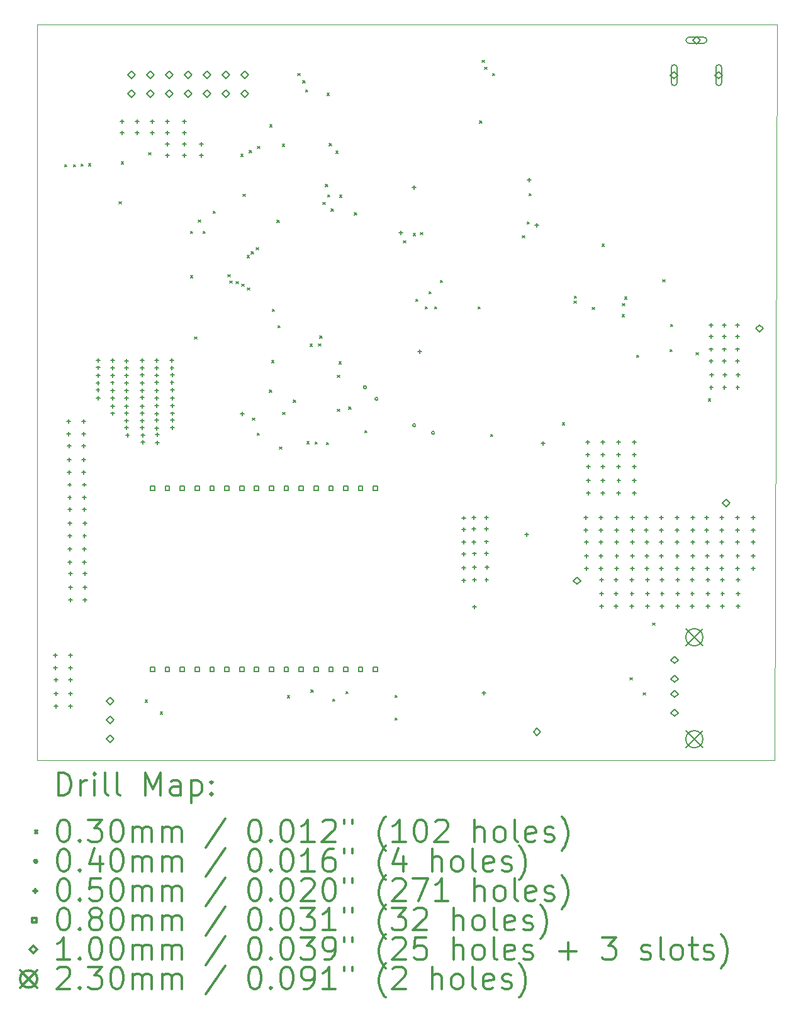
<source format=gbr>
%FSLAX45Y45*%
G04 Gerber Fmt 4.5, Leading zero omitted, Abs format (unit mm)*
G04 Created by KiCad (PCBNEW 5.1.0-unknown-03bce55~94~ubuntu16.04.1) date 2019-06-06 22:51:31*
%MOMM*%
%LPD*%
G04 APERTURE LIST*
%ADD10C,0.050000*%
%ADD11C,0.200000*%
%ADD12C,0.300000*%
G04 APERTURE END LIST*
D10*
X11966000Y-12438000D02*
X2042000Y-12437000D01*
X11994000Y-2528000D02*
X11966000Y-12438000D01*
X2043000Y-2527000D02*
X11994000Y-2528000D01*
X2042000Y-12437000D02*
X2043000Y-2527000D01*
D11*
X2407500Y-4415000D02*
X2437500Y-4445000D01*
X2437500Y-4415000D02*
X2407500Y-4445000D01*
X2527707Y-4413938D02*
X2557707Y-4443938D01*
X2557707Y-4413938D02*
X2527707Y-4443938D01*
X2627500Y-4407500D02*
X2657500Y-4437500D01*
X2657500Y-4407500D02*
X2627500Y-4437500D01*
X2730000Y-4400000D02*
X2760000Y-4430000D01*
X2760000Y-4400000D02*
X2730000Y-4430000D01*
X3140000Y-4912500D02*
X3170000Y-4942500D01*
X3170000Y-4912500D02*
X3140000Y-4942500D01*
X3172500Y-4377500D02*
X3202500Y-4407500D01*
X3202500Y-4377500D02*
X3172500Y-4407500D01*
X3492500Y-11622500D02*
X3522500Y-11652500D01*
X3522500Y-11622500D02*
X3492500Y-11652500D01*
X3541000Y-4252200D02*
X3571000Y-4282200D01*
X3571000Y-4252200D02*
X3541000Y-4282200D01*
X3695000Y-11785000D02*
X3725000Y-11815000D01*
X3725000Y-11785000D02*
X3695000Y-11815000D01*
X4100800Y-5310800D02*
X4130800Y-5340800D01*
X4130800Y-5310800D02*
X4100800Y-5340800D01*
X4101800Y-5906800D02*
X4131800Y-5936800D01*
X4131800Y-5906800D02*
X4101800Y-5936800D01*
X4156662Y-6733635D02*
X4186662Y-6763635D01*
X4186662Y-6733635D02*
X4156662Y-6763635D01*
X4206800Y-5159800D02*
X4236800Y-5189800D01*
X4236800Y-5159800D02*
X4206800Y-5189800D01*
X4271800Y-5311800D02*
X4301800Y-5341800D01*
X4301800Y-5311800D02*
X4271800Y-5341800D01*
X4407800Y-5040800D02*
X4437800Y-5070800D01*
X4437800Y-5040800D02*
X4407800Y-5070800D01*
X4606800Y-5895800D02*
X4636800Y-5925800D01*
X4636800Y-5895800D02*
X4606800Y-5925800D01*
X4633800Y-5980800D02*
X4663800Y-6010800D01*
X4663800Y-5980800D02*
X4633800Y-6010800D01*
X4714800Y-5988800D02*
X4744800Y-6018800D01*
X4744800Y-5988800D02*
X4714800Y-6018800D01*
X4780000Y-4275000D02*
X4810000Y-4305000D01*
X4810000Y-4275000D02*
X4780000Y-4305000D01*
X4790800Y-6022800D02*
X4820800Y-6052800D01*
X4820800Y-6022800D02*
X4790800Y-6052800D01*
X4811000Y-4811000D02*
X4841000Y-4841000D01*
X4841000Y-4811000D02*
X4811000Y-4841000D01*
X4865800Y-5638200D02*
X4895800Y-5668200D01*
X4895800Y-5638200D02*
X4865800Y-5668200D01*
X4866800Y-6073800D02*
X4896800Y-6103800D01*
X4896800Y-6073800D02*
X4866800Y-6103800D01*
X4892500Y-4222500D02*
X4922500Y-4252500D01*
X4922500Y-4222500D02*
X4892500Y-4252500D01*
X4918800Y-5587800D02*
X4948800Y-5617800D01*
X4948800Y-5587800D02*
X4918800Y-5617800D01*
X4935000Y-7825000D02*
X4965000Y-7855000D01*
X4965000Y-7825000D02*
X4935000Y-7855000D01*
X4985800Y-5533800D02*
X5015800Y-5563800D01*
X5015800Y-5533800D02*
X4985800Y-5563800D01*
X5001200Y-8028000D02*
X5031200Y-8058000D01*
X5031200Y-8028000D02*
X5001200Y-8058000D01*
X5005000Y-4167500D02*
X5035000Y-4197500D01*
X5035000Y-4167500D02*
X5005000Y-4197500D01*
X5162909Y-7448909D02*
X5192909Y-7478909D01*
X5192909Y-7448909D02*
X5162909Y-7478909D01*
X5167500Y-3877500D02*
X5197500Y-3907500D01*
X5197500Y-3877500D02*
X5167500Y-3907500D01*
X5194800Y-7051800D02*
X5224800Y-7081800D01*
X5224800Y-7051800D02*
X5194800Y-7081800D01*
X5204400Y-6361800D02*
X5234400Y-6391800D01*
X5234400Y-6361800D02*
X5204400Y-6391800D01*
X5265002Y-5162500D02*
X5295002Y-5192500D01*
X5295002Y-5162500D02*
X5265002Y-5192500D01*
X5280599Y-6580200D02*
X5310599Y-6610200D01*
X5310599Y-6580200D02*
X5280599Y-6610200D01*
X5302500Y-8215000D02*
X5332500Y-8245000D01*
X5332500Y-8215000D02*
X5302500Y-8245000D01*
X5337500Y-4140000D02*
X5367500Y-4170000D01*
X5367500Y-4140000D02*
X5337500Y-4170000D01*
X5342500Y-7750001D02*
X5372500Y-7780001D01*
X5372500Y-7750001D02*
X5342500Y-7780001D01*
X5405000Y-11565000D02*
X5435000Y-11595000D01*
X5435000Y-11565000D02*
X5405000Y-11595000D01*
X5485503Y-7583002D02*
X5515503Y-7613002D01*
X5515503Y-7583002D02*
X5485503Y-7613002D01*
X5547500Y-3187500D02*
X5577500Y-3217500D01*
X5577500Y-3187500D02*
X5547500Y-3217500D01*
X5615000Y-3285000D02*
X5645000Y-3315000D01*
X5645000Y-3285000D02*
X5615000Y-3315000D01*
X5652500Y-3407500D02*
X5682500Y-3437500D01*
X5682500Y-3407500D02*
X5652500Y-3437500D01*
X5667500Y-8142500D02*
X5697500Y-8172500D01*
X5697500Y-8142500D02*
X5667500Y-8172500D01*
X5712500Y-6832500D02*
X5742500Y-6862500D01*
X5742500Y-6832500D02*
X5712500Y-6862500D01*
X5725000Y-11487500D02*
X5755000Y-11517500D01*
X5755000Y-11487500D02*
X5725000Y-11517500D01*
X5777500Y-8150000D02*
X5807500Y-8180000D01*
X5807500Y-8150000D02*
X5777500Y-8180000D01*
X5827500Y-6827500D02*
X5857500Y-6857500D01*
X5857500Y-6827500D02*
X5827500Y-6857500D01*
X5842499Y-6720000D02*
X5872499Y-6750000D01*
X5872499Y-6720000D02*
X5842499Y-6750000D01*
X5884400Y-4922500D02*
X5914400Y-4952500D01*
X5914400Y-4922500D02*
X5884400Y-4952500D01*
X5920000Y-4682500D02*
X5950000Y-4712500D01*
X5950000Y-4682500D02*
X5920000Y-4712500D01*
X5930000Y-8157500D02*
X5960000Y-8187500D01*
X5960000Y-8157500D02*
X5930000Y-8187500D01*
X5940000Y-3455000D02*
X5970000Y-3485000D01*
X5970000Y-3455000D02*
X5940000Y-3485000D01*
X5947500Y-4820000D02*
X5977500Y-4850000D01*
X5977500Y-4820000D02*
X5947500Y-4850000D01*
X5970000Y-4130000D02*
X6000000Y-4160000D01*
X6000000Y-4130000D02*
X5970000Y-4160000D01*
X5995001Y-5012500D02*
X6025001Y-5042500D01*
X6025001Y-5012500D02*
X5995001Y-5042500D01*
X6017200Y-11609400D02*
X6047200Y-11639400D01*
X6047200Y-11609400D02*
X6017200Y-11639400D01*
X6057500Y-4230000D02*
X6087500Y-4260000D01*
X6087500Y-4230000D02*
X6057500Y-4260000D01*
X6081000Y-7249400D02*
X6111000Y-7279400D01*
X6111000Y-7249400D02*
X6081000Y-7279400D01*
X6081000Y-7706600D02*
X6111000Y-7736600D01*
X6111000Y-7706600D02*
X6081000Y-7736600D01*
X6102200Y-7066563D02*
X6132200Y-7096563D01*
X6132200Y-7066563D02*
X6102200Y-7096563D01*
X6110000Y-4825000D02*
X6140000Y-4855000D01*
X6140000Y-4825000D02*
X6110000Y-4855000D01*
X6195000Y-11507800D02*
X6225000Y-11537800D01*
X6225000Y-11507800D02*
X6195000Y-11537800D01*
X6232500Y-7680000D02*
X6262500Y-7710000D01*
X6262500Y-7680000D02*
X6232500Y-7710000D01*
X6307500Y-5062500D02*
X6337500Y-5092500D01*
X6337500Y-5062500D02*
X6307500Y-5092500D01*
X6447500Y-7997500D02*
X6477500Y-8027500D01*
X6477500Y-7997500D02*
X6447500Y-8027500D01*
X6855400Y-11558600D02*
X6885400Y-11588600D01*
X6885400Y-11558600D02*
X6855400Y-11588600D01*
X6855400Y-11863400D02*
X6885400Y-11893400D01*
X6885400Y-11863400D02*
X6855400Y-11893400D01*
X6970000Y-5440000D02*
X7000000Y-5470000D01*
X7000000Y-5440000D02*
X6970000Y-5470000D01*
X7100000Y-5342500D02*
X7130000Y-5372500D01*
X7130000Y-5342500D02*
X7100000Y-5372500D01*
X7134800Y-6224600D02*
X7164800Y-6254600D01*
X7164800Y-6224600D02*
X7134800Y-6254600D01*
X7199023Y-5328550D02*
X7229023Y-5358550D01*
X7229023Y-5328550D02*
X7199023Y-5358550D01*
X7261800Y-6326200D02*
X7291800Y-6356200D01*
X7291800Y-6326200D02*
X7261800Y-6356200D01*
X7312600Y-6123000D02*
X7342600Y-6153000D01*
X7342600Y-6123000D02*
X7312600Y-6153000D01*
X7388800Y-6326200D02*
X7418800Y-6356200D01*
X7418800Y-6326200D02*
X7388800Y-6356200D01*
X7465000Y-5973200D02*
X7495000Y-6003200D01*
X7495000Y-5973200D02*
X7465000Y-6003200D01*
X7973000Y-6326200D02*
X8003000Y-6356200D01*
X8003000Y-6326200D02*
X7973000Y-6356200D01*
X7992500Y-3825000D02*
X8022500Y-3855000D01*
X8022500Y-3825000D02*
X7992500Y-3855000D01*
X8026000Y-3010000D02*
X8056000Y-3040000D01*
X8056000Y-3010000D02*
X8026000Y-3040000D01*
X8060000Y-3102500D02*
X8090000Y-3132500D01*
X8090000Y-3102500D02*
X8060000Y-3132500D01*
X8140000Y-8045000D02*
X8170000Y-8075000D01*
X8170000Y-8045000D02*
X8140000Y-8075000D01*
X8167500Y-3185000D02*
X8197500Y-3215000D01*
X8197500Y-3185000D02*
X8167500Y-3215000D01*
X8570200Y-5369800D02*
X8600200Y-5399800D01*
X8600200Y-5369800D02*
X8570200Y-5399800D01*
X8633400Y-5183200D02*
X8663400Y-5213200D01*
X8663400Y-5183200D02*
X8633400Y-5213200D01*
X8658800Y-4802200D02*
X8688800Y-4832200D01*
X8688800Y-4802200D02*
X8658800Y-4832200D01*
X9106200Y-7891600D02*
X9136200Y-7921600D01*
X9136200Y-7891600D02*
X9106200Y-7921600D01*
X9263906Y-6252563D02*
X9293906Y-6282563D01*
X9293906Y-6252563D02*
X9263906Y-6282563D01*
X9266200Y-6182600D02*
X9296200Y-6212600D01*
X9296200Y-6182600D02*
X9266200Y-6212600D01*
X9510200Y-6335600D02*
X9540200Y-6365600D01*
X9540200Y-6335600D02*
X9510200Y-6365600D01*
X9638200Y-5484600D02*
X9668200Y-5514600D01*
X9668200Y-5484600D02*
X9638200Y-5514600D01*
X9910200Y-6435600D02*
X9940200Y-6465600D01*
X9940200Y-6435600D02*
X9910200Y-6465600D01*
X9916200Y-6285600D02*
X9946200Y-6315600D01*
X9946200Y-6285600D02*
X9916200Y-6315600D01*
X9945200Y-6196600D02*
X9975200Y-6226600D01*
X9975200Y-6196600D02*
X9945200Y-6226600D01*
X10015600Y-11323500D02*
X10045600Y-11353500D01*
X10045600Y-11323500D02*
X10015600Y-11353500D01*
X10105200Y-6979600D02*
X10135200Y-7009600D01*
X10135200Y-6979600D02*
X10105200Y-7009600D01*
X10193400Y-11526700D02*
X10223400Y-11556700D01*
X10223400Y-11526700D02*
X10193400Y-11556700D01*
X10320400Y-10586900D02*
X10350400Y-10616900D01*
X10350400Y-10586900D02*
X10320400Y-10616900D01*
X10455200Y-5963600D02*
X10485200Y-5993600D01*
X10485200Y-5963600D02*
X10455200Y-5993600D01*
X10552500Y-6905000D02*
X10582500Y-6935000D01*
X10582500Y-6905000D02*
X10552500Y-6935000D01*
X10561200Y-6564600D02*
X10591200Y-6594600D01*
X10591200Y-6564600D02*
X10561200Y-6594600D01*
X10905000Y-6947500D02*
X10935000Y-6977500D01*
X10935000Y-6947500D02*
X10905000Y-6977500D01*
X11070000Y-7567500D02*
X11100000Y-7597500D01*
X11100000Y-7567500D02*
X11070000Y-7597500D01*
X6468410Y-7413610D02*
G75*
G03X6468410Y-7413610I-20000J0D01*
G01*
X6624000Y-7569200D02*
G75*
G03X6624000Y-7569200I-20000J0D01*
G01*
X7132000Y-7924800D02*
G75*
G03X7132000Y-7924800I-20000J0D01*
G01*
X7386000Y-8026400D02*
G75*
G03X7386000Y-8026400I-20000J0D01*
G01*
X2287200Y-10994200D02*
X2287200Y-11044200D01*
X2262200Y-11019200D02*
X2312200Y-11019200D01*
X2287200Y-11166200D02*
X2287200Y-11216200D01*
X2262200Y-11191200D02*
X2312200Y-11191200D01*
X2292200Y-11325200D02*
X2292200Y-11375200D01*
X2267200Y-11350200D02*
X2317200Y-11350200D01*
X2293200Y-11680200D02*
X2293200Y-11730200D01*
X2268200Y-11705200D02*
X2318200Y-11705200D01*
X2294200Y-11511200D02*
X2294200Y-11561200D01*
X2269200Y-11536200D02*
X2319200Y-11536200D01*
X2465000Y-7844600D02*
X2465000Y-7894600D01*
X2440000Y-7869600D02*
X2490000Y-7869600D01*
X2465000Y-8016600D02*
X2465000Y-8066600D01*
X2440000Y-8041600D02*
X2490000Y-8041600D01*
X2470000Y-8175600D02*
X2470000Y-8225600D01*
X2445000Y-8200600D02*
X2495000Y-8200600D01*
X2471000Y-8530600D02*
X2471000Y-8580600D01*
X2446000Y-8555600D02*
X2496000Y-8555600D01*
X2472000Y-8361600D02*
X2472000Y-8411600D01*
X2447000Y-8386600D02*
X2497000Y-8386600D01*
X2475000Y-8697100D02*
X2475000Y-8747100D01*
X2450000Y-8722100D02*
X2500000Y-8722100D01*
X2475000Y-8869100D02*
X2475000Y-8919100D01*
X2450000Y-8894100D02*
X2500000Y-8894100D01*
X2480000Y-9028100D02*
X2480000Y-9078100D01*
X2455000Y-9053100D02*
X2505000Y-9053100D01*
X2480000Y-9567100D02*
X2480000Y-9617100D01*
X2455000Y-9592100D02*
X2505000Y-9592100D01*
X2480000Y-9739100D02*
X2480000Y-9789100D01*
X2455000Y-9764100D02*
X2505000Y-9764100D01*
X2481000Y-9383100D02*
X2481000Y-9433100D01*
X2456000Y-9408100D02*
X2506000Y-9408100D01*
X2482000Y-9214100D02*
X2482000Y-9264100D01*
X2457000Y-9239100D02*
X2507000Y-9239100D01*
X2484200Y-10994200D02*
X2484200Y-11044200D01*
X2459200Y-11019200D02*
X2509200Y-11019200D01*
X2484200Y-11166200D02*
X2484200Y-11216200D01*
X2459200Y-11191200D02*
X2509200Y-11191200D01*
X2485000Y-9898100D02*
X2485000Y-9948100D01*
X2460000Y-9923100D02*
X2510000Y-9923100D01*
X2486000Y-10253100D02*
X2486000Y-10303100D01*
X2461000Y-10278100D02*
X2511000Y-10278100D01*
X2487000Y-10084100D02*
X2487000Y-10134100D01*
X2462000Y-10109100D02*
X2512000Y-10109100D01*
X2489200Y-11325200D02*
X2489200Y-11375200D01*
X2464200Y-11350200D02*
X2514200Y-11350200D01*
X2490200Y-11680200D02*
X2490200Y-11730200D01*
X2465200Y-11705200D02*
X2515200Y-11705200D01*
X2491200Y-11511200D02*
X2491200Y-11561200D01*
X2466200Y-11536200D02*
X2516200Y-11536200D01*
X2662000Y-7844600D02*
X2662000Y-7894600D01*
X2637000Y-7869600D02*
X2687000Y-7869600D01*
X2662000Y-8016600D02*
X2662000Y-8066600D01*
X2637000Y-8041600D02*
X2687000Y-8041600D01*
X2667000Y-8175600D02*
X2667000Y-8225600D01*
X2642000Y-8200600D02*
X2692000Y-8200600D01*
X2668000Y-8530600D02*
X2668000Y-8580600D01*
X2643000Y-8555600D02*
X2693000Y-8555600D01*
X2669000Y-8361600D02*
X2669000Y-8411600D01*
X2644000Y-8386600D02*
X2694000Y-8386600D01*
X2672000Y-8697100D02*
X2672000Y-8747100D01*
X2647000Y-8722100D02*
X2697000Y-8722100D01*
X2672000Y-8869100D02*
X2672000Y-8919100D01*
X2647000Y-8894100D02*
X2697000Y-8894100D01*
X2677000Y-9028100D02*
X2677000Y-9078100D01*
X2652000Y-9053100D02*
X2702000Y-9053100D01*
X2677000Y-9567100D02*
X2677000Y-9617100D01*
X2652000Y-9592100D02*
X2702000Y-9592100D01*
X2677000Y-9739100D02*
X2677000Y-9789100D01*
X2652000Y-9764100D02*
X2702000Y-9764100D01*
X2678000Y-9383100D02*
X2678000Y-9433100D01*
X2653000Y-9408100D02*
X2703000Y-9408100D01*
X2679000Y-9214100D02*
X2679000Y-9264100D01*
X2654000Y-9239100D02*
X2704000Y-9239100D01*
X2682000Y-9898100D02*
X2682000Y-9948100D01*
X2657000Y-9923100D02*
X2707000Y-9923100D01*
X2683000Y-10253100D02*
X2683000Y-10303100D01*
X2658000Y-10278100D02*
X2708000Y-10278100D01*
X2684000Y-10084100D02*
X2684000Y-10134100D01*
X2659000Y-10109100D02*
X2709000Y-10109100D01*
X2856000Y-7327000D02*
X2856000Y-7377000D01*
X2831000Y-7352000D02*
X2881000Y-7352000D01*
X2856000Y-7425000D02*
X2856000Y-7475000D01*
X2831000Y-7450000D02*
X2881000Y-7450000D01*
X2857000Y-7024000D02*
X2857000Y-7074000D01*
X2832000Y-7049000D02*
X2882000Y-7049000D01*
X2857000Y-7122000D02*
X2857000Y-7172000D01*
X2832000Y-7147000D02*
X2882000Y-7147000D01*
X2859000Y-7530000D02*
X2859000Y-7580000D01*
X2834000Y-7555000D02*
X2884000Y-7555000D01*
X2860000Y-7227000D02*
X2860000Y-7277000D01*
X2835000Y-7252000D02*
X2885000Y-7252000D01*
X3051000Y-7325000D02*
X3051000Y-7375000D01*
X3026000Y-7350000D02*
X3076000Y-7350000D01*
X3052000Y-7022000D02*
X3052000Y-7072000D01*
X3027000Y-7047000D02*
X3077000Y-7047000D01*
X3052000Y-7531000D02*
X3052000Y-7581000D01*
X3027000Y-7556000D02*
X3077000Y-7556000D01*
X3052000Y-7740000D02*
X3052000Y-7790000D01*
X3027000Y-7765000D02*
X3077000Y-7765000D01*
X3053000Y-7228000D02*
X3053000Y-7278000D01*
X3028000Y-7253000D02*
X3078000Y-7253000D01*
X3055000Y-7430000D02*
X3055000Y-7480000D01*
X3030000Y-7455000D02*
X3080000Y-7455000D01*
X3055000Y-7639000D02*
X3055000Y-7689000D01*
X3030000Y-7664000D02*
X3080000Y-7664000D01*
X3056000Y-7127000D02*
X3056000Y-7177000D01*
X3031000Y-7152000D02*
X3081000Y-7152000D01*
X3179800Y-3805000D02*
X3179800Y-3855000D01*
X3154800Y-3830000D02*
X3204800Y-3830000D01*
X3179800Y-3961000D02*
X3179800Y-4011000D01*
X3154800Y-3986000D02*
X3204800Y-3986000D01*
X3244000Y-7333000D02*
X3244000Y-7383000D01*
X3219000Y-7358000D02*
X3269000Y-7358000D01*
X3244000Y-7431000D02*
X3244000Y-7481000D01*
X3219000Y-7456000D02*
X3269000Y-7456000D01*
X3244000Y-7530000D02*
X3244000Y-7580000D01*
X3219000Y-7555000D02*
X3269000Y-7555000D01*
X3244000Y-7640000D02*
X3244000Y-7690000D01*
X3219000Y-7665000D02*
X3269000Y-7665000D01*
X3244000Y-7739000D02*
X3244000Y-7789000D01*
X3219000Y-7764000D02*
X3269000Y-7764000D01*
X3244000Y-7834000D02*
X3244000Y-7884000D01*
X3219000Y-7859000D02*
X3269000Y-7859000D01*
X3244000Y-7933000D02*
X3244000Y-7983000D01*
X3219000Y-7958000D02*
X3269000Y-7958000D01*
X3245000Y-7030000D02*
X3245000Y-7080000D01*
X3220000Y-7055000D02*
X3270000Y-7055000D01*
X3245000Y-7128000D02*
X3245000Y-7178000D01*
X3220000Y-7153000D02*
X3270000Y-7153000D01*
X3245000Y-7227000D02*
X3245000Y-7277000D01*
X3220000Y-7252000D02*
X3270000Y-7252000D01*
X3254000Y-8030000D02*
X3254000Y-8080000D01*
X3229000Y-8055000D02*
X3279000Y-8055000D01*
X3383000Y-3805000D02*
X3383000Y-3855000D01*
X3358000Y-3830000D02*
X3408000Y-3830000D01*
X3383000Y-3961000D02*
X3383000Y-4011000D01*
X3358000Y-3986000D02*
X3408000Y-3986000D01*
X3455000Y-7331000D02*
X3455000Y-7381000D01*
X3430000Y-7356000D02*
X3480000Y-7356000D01*
X3455000Y-7433000D02*
X3455000Y-7483000D01*
X3430000Y-7458000D02*
X3480000Y-7458000D01*
X3455000Y-7525000D02*
X3455000Y-7575000D01*
X3430000Y-7550000D02*
X3480000Y-7550000D01*
X3455000Y-7642000D02*
X3455000Y-7692000D01*
X3430000Y-7667000D02*
X3480000Y-7667000D01*
X3455000Y-7734000D02*
X3455000Y-7784000D01*
X3430000Y-7759000D02*
X3480000Y-7759000D01*
X3455000Y-7836000D02*
X3455000Y-7886000D01*
X3430000Y-7861000D02*
X3480000Y-7861000D01*
X3455000Y-7928000D02*
X3455000Y-7978000D01*
X3430000Y-7953000D02*
X3480000Y-7953000D01*
X3456000Y-7028000D02*
X3456000Y-7078000D01*
X3431000Y-7053000D02*
X3481000Y-7053000D01*
X3456000Y-7130000D02*
X3456000Y-7180000D01*
X3431000Y-7155000D02*
X3481000Y-7155000D01*
X3456000Y-7222000D02*
X3456000Y-7272000D01*
X3431000Y-7247000D02*
X3481000Y-7247000D01*
X3465000Y-8032000D02*
X3465000Y-8082000D01*
X3440000Y-8057000D02*
X3490000Y-8057000D01*
X3465000Y-8124000D02*
X3465000Y-8174000D01*
X3440000Y-8149000D02*
X3490000Y-8149000D01*
X3586200Y-3805000D02*
X3586200Y-3855000D01*
X3561200Y-3830000D02*
X3611200Y-3830000D01*
X3586200Y-3961000D02*
X3586200Y-4011000D01*
X3561200Y-3986000D02*
X3611200Y-3986000D01*
X3645000Y-7534000D02*
X3645000Y-7584000D01*
X3620000Y-7559000D02*
X3670000Y-7559000D01*
X3645000Y-7743000D02*
X3645000Y-7793000D01*
X3620000Y-7768000D02*
X3670000Y-7768000D01*
X3645000Y-7937000D02*
X3645000Y-7987000D01*
X3620000Y-7962000D02*
X3670000Y-7962000D01*
X3647000Y-7022000D02*
X3647000Y-7072000D01*
X3622000Y-7047000D02*
X3672000Y-7047000D01*
X3647000Y-7127000D02*
X3647000Y-7177000D01*
X3622000Y-7152000D02*
X3672000Y-7152000D01*
X3647000Y-7224000D02*
X3647000Y-7274000D01*
X3622000Y-7249000D02*
X3672000Y-7249000D01*
X3648000Y-7323000D02*
X3648000Y-7373000D01*
X3623000Y-7348000D02*
X3673000Y-7348000D01*
X3648000Y-7428000D02*
X3648000Y-7478000D01*
X3623000Y-7453000D02*
X3673000Y-7453000D01*
X3648000Y-7637000D02*
X3648000Y-7687000D01*
X3623000Y-7662000D02*
X3673000Y-7662000D01*
X3648000Y-7831000D02*
X3648000Y-7881000D01*
X3623000Y-7856000D02*
X3673000Y-7856000D01*
X3655000Y-8133000D02*
X3655000Y-8183000D01*
X3630000Y-8158000D02*
X3680000Y-8158000D01*
X3658000Y-8027000D02*
X3658000Y-8077000D01*
X3633000Y-8052000D02*
X3683000Y-8052000D01*
X3789400Y-3805000D02*
X3789400Y-3855000D01*
X3764400Y-3830000D02*
X3814400Y-3830000D01*
X3789400Y-3961000D02*
X3789400Y-4011000D01*
X3764400Y-3986000D02*
X3814400Y-3986000D01*
X3789400Y-4109800D02*
X3789400Y-4159800D01*
X3764400Y-4134800D02*
X3814400Y-4134800D01*
X3789400Y-4265800D02*
X3789400Y-4315800D01*
X3764400Y-4290800D02*
X3814400Y-4290800D01*
X3854000Y-7021000D02*
X3854000Y-7071000D01*
X3829000Y-7046000D02*
X3879000Y-7046000D01*
X3855000Y-7125000D02*
X3855000Y-7175000D01*
X3830000Y-7150000D02*
X3880000Y-7150000D01*
X3855000Y-7322000D02*
X3855000Y-7372000D01*
X3830000Y-7347000D02*
X3880000Y-7347000D01*
X3856000Y-7426000D02*
X3856000Y-7476000D01*
X3831000Y-7451000D02*
X3881000Y-7451000D01*
X3856000Y-7635000D02*
X3856000Y-7685000D01*
X3831000Y-7660000D02*
X3881000Y-7660000D01*
X3856000Y-7829000D02*
X3856000Y-7879000D01*
X3831000Y-7854000D02*
X3881000Y-7854000D01*
X3860000Y-7531000D02*
X3860000Y-7581000D01*
X3835000Y-7556000D02*
X3885000Y-7556000D01*
X3860000Y-7740000D02*
X3860000Y-7790000D01*
X3835000Y-7765000D02*
X3885000Y-7765000D01*
X3860000Y-7934000D02*
X3860000Y-7984000D01*
X3835000Y-7959000D02*
X3885000Y-7959000D01*
X3862000Y-7221000D02*
X3862000Y-7271000D01*
X3837000Y-7246000D02*
X3887000Y-7246000D01*
X4018000Y-3805000D02*
X4018000Y-3855000D01*
X3993000Y-3830000D02*
X4043000Y-3830000D01*
X4018000Y-3961000D02*
X4018000Y-4011000D01*
X3993000Y-3986000D02*
X4043000Y-3986000D01*
X4018000Y-4109800D02*
X4018000Y-4159800D01*
X3993000Y-4134800D02*
X4043000Y-4134800D01*
X4018000Y-4265800D02*
X4018000Y-4315800D01*
X3993000Y-4290800D02*
X4043000Y-4290800D01*
X4246600Y-4109800D02*
X4246600Y-4159800D01*
X4221600Y-4134800D02*
X4271600Y-4134800D01*
X4246600Y-4265800D02*
X4246600Y-4315800D01*
X4221600Y-4290800D02*
X4271600Y-4290800D01*
X4799052Y-7745852D02*
X4799052Y-7795852D01*
X4774052Y-7770852D02*
X4824052Y-7770852D01*
X6934200Y-5309000D02*
X6934200Y-5359000D01*
X6909200Y-5334000D02*
X6959200Y-5334000D01*
X7112000Y-4699400D02*
X7112000Y-4749400D01*
X7087000Y-4724400D02*
X7137000Y-4724400D01*
X7188200Y-6909200D02*
X7188200Y-6959200D01*
X7163200Y-6934200D02*
X7213200Y-6934200D01*
X7776000Y-9146000D02*
X7776000Y-9196000D01*
X7751000Y-9171000D02*
X7801000Y-9171000D01*
X7776000Y-9302000D02*
X7776000Y-9352000D01*
X7751000Y-9327000D02*
X7801000Y-9327000D01*
X7776000Y-9474000D02*
X7776000Y-9524000D01*
X7751000Y-9499000D02*
X7801000Y-9499000D01*
X7781000Y-9633000D02*
X7781000Y-9683000D01*
X7756000Y-9658000D02*
X7806000Y-9658000D01*
X7782000Y-9988000D02*
X7782000Y-10038000D01*
X7757000Y-10013000D02*
X7807000Y-10013000D01*
X7783000Y-9819000D02*
X7783000Y-9869000D01*
X7758000Y-9844000D02*
X7808000Y-9844000D01*
X7918000Y-9141000D02*
X7918000Y-9191000D01*
X7893000Y-9166000D02*
X7943000Y-9166000D01*
X7918000Y-9297000D02*
X7918000Y-9347000D01*
X7893000Y-9322000D02*
X7943000Y-9322000D01*
X7918000Y-9469000D02*
X7918000Y-9519000D01*
X7893000Y-9494000D02*
X7943000Y-9494000D01*
X7922500Y-10343200D02*
X7922500Y-10393200D01*
X7897500Y-10368200D02*
X7947500Y-10368200D01*
X7923000Y-9628000D02*
X7923000Y-9678000D01*
X7898000Y-9653000D02*
X7948000Y-9653000D01*
X7924000Y-9983000D02*
X7924000Y-10033000D01*
X7899000Y-10008000D02*
X7949000Y-10008000D01*
X7925000Y-9814000D02*
X7925000Y-9864000D01*
X7900000Y-9839000D02*
X7950000Y-9839000D01*
X8051800Y-11506600D02*
X8051800Y-11556600D01*
X8026800Y-11531600D02*
X8076800Y-11531600D01*
X8082000Y-9139000D02*
X8082000Y-9189000D01*
X8057000Y-9164000D02*
X8107000Y-9164000D01*
X8082000Y-9295000D02*
X8082000Y-9345000D01*
X8057000Y-9320000D02*
X8107000Y-9320000D01*
X8082000Y-9467000D02*
X8082000Y-9517000D01*
X8057000Y-9492000D02*
X8107000Y-9492000D01*
X8087000Y-9626000D02*
X8087000Y-9676000D01*
X8062000Y-9651000D02*
X8112000Y-9651000D01*
X8088000Y-9981000D02*
X8088000Y-10031000D01*
X8063000Y-10006000D02*
X8113000Y-10006000D01*
X8089000Y-9812000D02*
X8089000Y-9862000D01*
X8064000Y-9837000D02*
X8114000Y-9837000D01*
X8627000Y-9369500D02*
X8627000Y-9419500D01*
X8602000Y-9394500D02*
X8652000Y-9394500D01*
X8661400Y-4597800D02*
X8661400Y-4647800D01*
X8636400Y-4622800D02*
X8686400Y-4622800D01*
X8763000Y-5207400D02*
X8763000Y-5257400D01*
X8738000Y-5232400D02*
X8788000Y-5232400D01*
X8844000Y-8139500D02*
X8844000Y-8189500D01*
X8819000Y-8164500D02*
X8869000Y-8164500D01*
X9424600Y-9140000D02*
X9424600Y-9190000D01*
X9399600Y-9165000D02*
X9449600Y-9165000D01*
X9424600Y-9312000D02*
X9424600Y-9362000D01*
X9399600Y-9337000D02*
X9449600Y-9337000D01*
X9429600Y-9471000D02*
X9429600Y-9521000D01*
X9404600Y-9496000D02*
X9454600Y-9496000D01*
X9430600Y-9826000D02*
X9430600Y-9876000D01*
X9405600Y-9851000D02*
X9455600Y-9851000D01*
X9431600Y-9657000D02*
X9431600Y-9707000D01*
X9406600Y-9682000D02*
X9456600Y-9682000D01*
X9450000Y-8124000D02*
X9450000Y-8174000D01*
X9425000Y-8149000D02*
X9475000Y-8149000D01*
X9450000Y-8296000D02*
X9450000Y-8346000D01*
X9425000Y-8321000D02*
X9475000Y-8321000D01*
X9455000Y-8455000D02*
X9455000Y-8505000D01*
X9430000Y-8480000D02*
X9480000Y-8480000D01*
X9456000Y-8810000D02*
X9456000Y-8860000D01*
X9431000Y-8835000D02*
X9481000Y-8835000D01*
X9457000Y-8641000D02*
X9457000Y-8691000D01*
X9432000Y-8666000D02*
X9482000Y-8666000D01*
X9621600Y-9140000D02*
X9621600Y-9190000D01*
X9596600Y-9165000D02*
X9646600Y-9165000D01*
X9621600Y-9312000D02*
X9621600Y-9362000D01*
X9596600Y-9337000D02*
X9646600Y-9337000D01*
X9626600Y-9471000D02*
X9626600Y-9521000D01*
X9601600Y-9496000D02*
X9651600Y-9496000D01*
X9627600Y-9826000D02*
X9627600Y-9876000D01*
X9602600Y-9851000D02*
X9652600Y-9851000D01*
X9628600Y-9657000D02*
X9628600Y-9707000D01*
X9603600Y-9682000D02*
X9653600Y-9682000D01*
X9632800Y-9979000D02*
X9632800Y-10029000D01*
X9607800Y-10004000D02*
X9657800Y-10004000D01*
X9633800Y-10334000D02*
X9633800Y-10384000D01*
X9608800Y-10359000D02*
X9658800Y-10359000D01*
X9634800Y-10165000D02*
X9634800Y-10215000D01*
X9609800Y-10190000D02*
X9659800Y-10190000D01*
X9647000Y-8124000D02*
X9647000Y-8174000D01*
X9622000Y-8149000D02*
X9672000Y-8149000D01*
X9647000Y-8296000D02*
X9647000Y-8346000D01*
X9622000Y-8321000D02*
X9672000Y-8321000D01*
X9652000Y-8455000D02*
X9652000Y-8505000D01*
X9627000Y-8480000D02*
X9677000Y-8480000D01*
X9653000Y-8810000D02*
X9653000Y-8860000D01*
X9628000Y-8835000D02*
X9678000Y-8835000D01*
X9654000Y-8641000D02*
X9654000Y-8691000D01*
X9629000Y-8666000D02*
X9679000Y-8666000D01*
X9829800Y-9979000D02*
X9829800Y-10029000D01*
X9804800Y-10004000D02*
X9854800Y-10004000D01*
X9830800Y-10334000D02*
X9830800Y-10384000D01*
X9805800Y-10359000D02*
X9855800Y-10359000D01*
X9831800Y-10165000D02*
X9831800Y-10215000D01*
X9806800Y-10190000D02*
X9856800Y-10190000D01*
X9833600Y-9140000D02*
X9833600Y-9190000D01*
X9808600Y-9165000D02*
X9858600Y-9165000D01*
X9833600Y-9312000D02*
X9833600Y-9362000D01*
X9808600Y-9337000D02*
X9858600Y-9337000D01*
X9838600Y-9471000D02*
X9838600Y-9521000D01*
X9813600Y-9496000D02*
X9863600Y-9496000D01*
X9839600Y-9826000D02*
X9839600Y-9876000D01*
X9814600Y-9851000D02*
X9864600Y-9851000D01*
X9840600Y-9657000D02*
X9840600Y-9707000D01*
X9815600Y-9682000D02*
X9865600Y-9682000D01*
X9859000Y-8124000D02*
X9859000Y-8174000D01*
X9834000Y-8149000D02*
X9884000Y-8149000D01*
X9859000Y-8296000D02*
X9859000Y-8346000D01*
X9834000Y-8321000D02*
X9884000Y-8321000D01*
X9864000Y-8455000D02*
X9864000Y-8505000D01*
X9839000Y-8480000D02*
X9889000Y-8480000D01*
X9865000Y-8810000D02*
X9865000Y-8860000D01*
X9840000Y-8835000D02*
X9890000Y-8835000D01*
X9866000Y-8641000D02*
X9866000Y-8691000D01*
X9841000Y-8666000D02*
X9891000Y-8666000D01*
X10041800Y-9979000D02*
X10041800Y-10029000D01*
X10016800Y-10004000D02*
X10066800Y-10004000D01*
X10042800Y-10334000D02*
X10042800Y-10384000D01*
X10017800Y-10359000D02*
X10067800Y-10359000D01*
X10043800Y-10165000D02*
X10043800Y-10215000D01*
X10018800Y-10190000D02*
X10068800Y-10190000D01*
X10044600Y-9140000D02*
X10044600Y-9190000D01*
X10019600Y-9165000D02*
X10069600Y-9165000D01*
X10044600Y-9312000D02*
X10044600Y-9362000D01*
X10019600Y-9337000D02*
X10069600Y-9337000D01*
X10049600Y-9471000D02*
X10049600Y-9521000D01*
X10024600Y-9496000D02*
X10074600Y-9496000D01*
X10050600Y-9826000D02*
X10050600Y-9876000D01*
X10025600Y-9851000D02*
X10075600Y-9851000D01*
X10051600Y-9657000D02*
X10051600Y-9707000D01*
X10026600Y-9682000D02*
X10076600Y-9682000D01*
X10070000Y-8124000D02*
X10070000Y-8174000D01*
X10045000Y-8149000D02*
X10095000Y-8149000D01*
X10070000Y-8296000D02*
X10070000Y-8346000D01*
X10045000Y-8321000D02*
X10095000Y-8321000D01*
X10075000Y-8455000D02*
X10075000Y-8505000D01*
X10050000Y-8480000D02*
X10100000Y-8480000D01*
X10076000Y-8810000D02*
X10076000Y-8860000D01*
X10051000Y-8835000D02*
X10101000Y-8835000D01*
X10077000Y-8641000D02*
X10077000Y-8691000D01*
X10052000Y-8666000D02*
X10102000Y-8666000D01*
X10237400Y-9140000D02*
X10237400Y-9190000D01*
X10212400Y-9165000D02*
X10262400Y-9165000D01*
X10237400Y-9312000D02*
X10237400Y-9362000D01*
X10212400Y-9337000D02*
X10262400Y-9337000D01*
X10242400Y-9471000D02*
X10242400Y-9521000D01*
X10217400Y-9496000D02*
X10267400Y-9496000D01*
X10243400Y-9826000D02*
X10243400Y-9876000D01*
X10218400Y-9851000D02*
X10268400Y-9851000D01*
X10244400Y-9657000D02*
X10244400Y-9707000D01*
X10219400Y-9682000D02*
X10269400Y-9682000D01*
X10252800Y-9979000D02*
X10252800Y-10029000D01*
X10227800Y-10004000D02*
X10277800Y-10004000D01*
X10253800Y-10334000D02*
X10253800Y-10384000D01*
X10228800Y-10359000D02*
X10278800Y-10359000D01*
X10254800Y-10165000D02*
X10254800Y-10215000D01*
X10229800Y-10190000D02*
X10279800Y-10190000D01*
X10434400Y-9140000D02*
X10434400Y-9190000D01*
X10409400Y-9165000D02*
X10459400Y-9165000D01*
X10434400Y-9312000D02*
X10434400Y-9362000D01*
X10409400Y-9337000D02*
X10459400Y-9337000D01*
X10439400Y-9471000D02*
X10439400Y-9521000D01*
X10414400Y-9496000D02*
X10464400Y-9496000D01*
X10440400Y-9826000D02*
X10440400Y-9876000D01*
X10415400Y-9851000D02*
X10465400Y-9851000D01*
X10441400Y-9657000D02*
X10441400Y-9707000D01*
X10416400Y-9682000D02*
X10466400Y-9682000D01*
X10448200Y-9979000D02*
X10448200Y-10029000D01*
X10423200Y-10004000D02*
X10473200Y-10004000D01*
X10449200Y-10334000D02*
X10449200Y-10384000D01*
X10424200Y-10359000D02*
X10474200Y-10359000D01*
X10450200Y-10165000D02*
X10450200Y-10215000D01*
X10425200Y-10190000D02*
X10475200Y-10190000D01*
X10646400Y-9140000D02*
X10646400Y-9190000D01*
X10621400Y-9165000D02*
X10671400Y-9165000D01*
X10646400Y-9312000D02*
X10646400Y-9362000D01*
X10621400Y-9337000D02*
X10671400Y-9337000D01*
X10651400Y-9471000D02*
X10651400Y-9521000D01*
X10626400Y-9496000D02*
X10676400Y-9496000D01*
X10652400Y-9826000D02*
X10652400Y-9876000D01*
X10627400Y-9851000D02*
X10677400Y-9851000D01*
X10653400Y-9657000D02*
X10653400Y-9707000D01*
X10628400Y-9682000D02*
X10678400Y-9682000D01*
X10659200Y-9979000D02*
X10659200Y-10029000D01*
X10634200Y-10004000D02*
X10684200Y-10004000D01*
X10660200Y-10334000D02*
X10660200Y-10384000D01*
X10635200Y-10359000D02*
X10685200Y-10359000D01*
X10661200Y-10165000D02*
X10661200Y-10215000D01*
X10636200Y-10190000D02*
X10686200Y-10190000D01*
X10854600Y-9979000D02*
X10854600Y-10029000D01*
X10829600Y-10004000D02*
X10879600Y-10004000D01*
X10855600Y-10334000D02*
X10855600Y-10384000D01*
X10830600Y-10359000D02*
X10880600Y-10359000D01*
X10856600Y-10165000D02*
X10856600Y-10215000D01*
X10831600Y-10190000D02*
X10881600Y-10190000D01*
X10857400Y-9140000D02*
X10857400Y-9190000D01*
X10832400Y-9165000D02*
X10882400Y-9165000D01*
X10857400Y-9312000D02*
X10857400Y-9362000D01*
X10832400Y-9337000D02*
X10882400Y-9337000D01*
X10862400Y-9471000D02*
X10862400Y-9521000D01*
X10837400Y-9496000D02*
X10887400Y-9496000D01*
X10863400Y-9826000D02*
X10863400Y-9876000D01*
X10838400Y-9851000D02*
X10888400Y-9851000D01*
X10864400Y-9657000D02*
X10864400Y-9707000D01*
X10839400Y-9682000D02*
X10889400Y-9682000D01*
X11050200Y-9140000D02*
X11050200Y-9190000D01*
X11025200Y-9165000D02*
X11075200Y-9165000D01*
X11050200Y-9312000D02*
X11050200Y-9362000D01*
X11025200Y-9337000D02*
X11075200Y-9337000D01*
X11055200Y-9471000D02*
X11055200Y-9521000D01*
X11030200Y-9496000D02*
X11080200Y-9496000D01*
X11056200Y-9826000D02*
X11056200Y-9876000D01*
X11031200Y-9851000D02*
X11081200Y-9851000D01*
X11057200Y-9657000D02*
X11057200Y-9707000D01*
X11032200Y-9682000D02*
X11082200Y-9682000D01*
X11065600Y-9979000D02*
X11065600Y-10029000D01*
X11040600Y-10004000D02*
X11090600Y-10004000D01*
X11066600Y-10334000D02*
X11066600Y-10384000D01*
X11041600Y-10359000D02*
X11091600Y-10359000D01*
X11067600Y-10165000D02*
X11067600Y-10215000D01*
X11042600Y-10190000D02*
X11092600Y-10190000D01*
X11104600Y-6548200D02*
X11104600Y-6598200D01*
X11079600Y-6573200D02*
X11129600Y-6573200D01*
X11104600Y-6704200D02*
X11104600Y-6754200D01*
X11079600Y-6729200D02*
X11129600Y-6729200D01*
X11104600Y-6876200D02*
X11104600Y-6926200D01*
X11079600Y-6901200D02*
X11129600Y-6901200D01*
X11109600Y-7035200D02*
X11109600Y-7085200D01*
X11084600Y-7060200D02*
X11134600Y-7060200D01*
X11110600Y-7390200D02*
X11110600Y-7440200D01*
X11085600Y-7415200D02*
X11135600Y-7415200D01*
X11111600Y-7221200D02*
X11111600Y-7271200D01*
X11086600Y-7246200D02*
X11136600Y-7246200D01*
X11247200Y-9140000D02*
X11247200Y-9190000D01*
X11222200Y-9165000D02*
X11272200Y-9165000D01*
X11247200Y-9312000D02*
X11247200Y-9362000D01*
X11222200Y-9337000D02*
X11272200Y-9337000D01*
X11252200Y-9471000D02*
X11252200Y-9521000D01*
X11227200Y-9496000D02*
X11277200Y-9496000D01*
X11253200Y-9826000D02*
X11253200Y-9876000D01*
X11228200Y-9851000D02*
X11278200Y-9851000D01*
X11254200Y-9657000D02*
X11254200Y-9707000D01*
X11229200Y-9682000D02*
X11279200Y-9682000D01*
X11261000Y-9979000D02*
X11261000Y-10029000D01*
X11236000Y-10004000D02*
X11286000Y-10004000D01*
X11262000Y-10334000D02*
X11262000Y-10384000D01*
X11237000Y-10359000D02*
X11287000Y-10359000D01*
X11263000Y-10165000D02*
X11263000Y-10215000D01*
X11238000Y-10190000D02*
X11288000Y-10190000D01*
X11282400Y-6548200D02*
X11282400Y-6598200D01*
X11257400Y-6573200D02*
X11307400Y-6573200D01*
X11282400Y-6704200D02*
X11282400Y-6754200D01*
X11257400Y-6729200D02*
X11307400Y-6729200D01*
X11282400Y-6876200D02*
X11282400Y-6926200D01*
X11257400Y-6901200D02*
X11307400Y-6901200D01*
X11287400Y-7035200D02*
X11287400Y-7085200D01*
X11262400Y-7060200D02*
X11312400Y-7060200D01*
X11288400Y-7390200D02*
X11288400Y-7440200D01*
X11263400Y-7415200D02*
X11313400Y-7415200D01*
X11289400Y-7221200D02*
X11289400Y-7271200D01*
X11264400Y-7246200D02*
X11314400Y-7246200D01*
X11459200Y-9140000D02*
X11459200Y-9190000D01*
X11434200Y-9165000D02*
X11484200Y-9165000D01*
X11459200Y-9312000D02*
X11459200Y-9362000D01*
X11434200Y-9337000D02*
X11484200Y-9337000D01*
X11460200Y-6548200D02*
X11460200Y-6598200D01*
X11435200Y-6573200D02*
X11485200Y-6573200D01*
X11460200Y-6704200D02*
X11460200Y-6754200D01*
X11435200Y-6729200D02*
X11485200Y-6729200D01*
X11460200Y-6876200D02*
X11460200Y-6926200D01*
X11435200Y-6901200D02*
X11485200Y-6901200D01*
X11464200Y-9471000D02*
X11464200Y-9521000D01*
X11439200Y-9496000D02*
X11489200Y-9496000D01*
X11465200Y-7035200D02*
X11465200Y-7085200D01*
X11440200Y-7060200D02*
X11490200Y-7060200D01*
X11465200Y-9826000D02*
X11465200Y-9876000D01*
X11440200Y-9851000D02*
X11490200Y-9851000D01*
X11466200Y-7390200D02*
X11466200Y-7440200D01*
X11441200Y-7415200D02*
X11491200Y-7415200D01*
X11466200Y-9657000D02*
X11466200Y-9707000D01*
X11441200Y-9682000D02*
X11491200Y-9682000D01*
X11467200Y-7221200D02*
X11467200Y-7271200D01*
X11442200Y-7246200D02*
X11492200Y-7246200D01*
X11472000Y-9979000D02*
X11472000Y-10029000D01*
X11447000Y-10004000D02*
X11497000Y-10004000D01*
X11473000Y-10334000D02*
X11473000Y-10384000D01*
X11448000Y-10359000D02*
X11498000Y-10359000D01*
X11474000Y-10165000D02*
X11474000Y-10215000D01*
X11449000Y-10190000D02*
X11499000Y-10190000D01*
X11670200Y-9140000D02*
X11670200Y-9190000D01*
X11645200Y-9165000D02*
X11695200Y-9165000D01*
X11670200Y-9312000D02*
X11670200Y-9362000D01*
X11645200Y-9337000D02*
X11695200Y-9337000D01*
X11675200Y-9471000D02*
X11675200Y-9521000D01*
X11650200Y-9496000D02*
X11700200Y-9496000D01*
X11676200Y-9826000D02*
X11676200Y-9876000D01*
X11651200Y-9851000D02*
X11701200Y-9851000D01*
X11677200Y-9657000D02*
X11677200Y-9707000D01*
X11652200Y-9682000D02*
X11702200Y-9682000D01*
X3620252Y-8801302D02*
X3620252Y-8744906D01*
X3563856Y-8744906D01*
X3563856Y-8801302D01*
X3620252Y-8801302D01*
X3620252Y-11240972D02*
X3620252Y-11184576D01*
X3563856Y-11184576D01*
X3563856Y-11240972D01*
X3620252Y-11240972D01*
X3820404Y-8801302D02*
X3820404Y-8744906D01*
X3764008Y-8744906D01*
X3764008Y-8801302D01*
X3820404Y-8801302D01*
X3820404Y-11240972D02*
X3820404Y-11184576D01*
X3764008Y-11184576D01*
X3764008Y-11240972D01*
X3820404Y-11240972D01*
X4020302Y-8801302D02*
X4020302Y-8744906D01*
X3963906Y-8744906D01*
X3963906Y-8801302D01*
X4020302Y-8801302D01*
X4020302Y-11240972D02*
X4020302Y-11184576D01*
X3963906Y-11184576D01*
X3963906Y-11240972D01*
X4020302Y-11240972D01*
X4220200Y-8801302D02*
X4220200Y-8744906D01*
X4163804Y-8744906D01*
X4163804Y-8801302D01*
X4220200Y-8801302D01*
X4220200Y-11240972D02*
X4220200Y-11184576D01*
X4163804Y-11184576D01*
X4163804Y-11240972D01*
X4220200Y-11240972D01*
X4420352Y-8801302D02*
X4420352Y-8744906D01*
X4363956Y-8744906D01*
X4363956Y-8801302D01*
X4420352Y-8801302D01*
X4420352Y-11240972D02*
X4420352Y-11184576D01*
X4363956Y-11184576D01*
X4363956Y-11240972D01*
X4420352Y-11240972D01*
X4620250Y-8801302D02*
X4620250Y-8744906D01*
X4563854Y-8744906D01*
X4563854Y-8801302D01*
X4620250Y-8801302D01*
X4620250Y-11240972D02*
X4620250Y-11184576D01*
X4563854Y-11184576D01*
X4563854Y-11240972D01*
X4620250Y-11240972D01*
X4820402Y-8801302D02*
X4820402Y-8744906D01*
X4764006Y-8744906D01*
X4764006Y-8801302D01*
X4820402Y-8801302D01*
X4820402Y-11240972D02*
X4820402Y-11184576D01*
X4764006Y-11184576D01*
X4764006Y-11240972D01*
X4820402Y-11240972D01*
X5020300Y-8801302D02*
X5020300Y-8744906D01*
X4963904Y-8744906D01*
X4963904Y-8801302D01*
X5020300Y-8801302D01*
X5020300Y-11240972D02*
X5020300Y-11184576D01*
X4963904Y-11184576D01*
X4963904Y-11240972D01*
X5020300Y-11240972D01*
X5220198Y-8801302D02*
X5220198Y-8744906D01*
X5163802Y-8744906D01*
X5163802Y-8801302D01*
X5220198Y-8801302D01*
X5220198Y-11240972D02*
X5220198Y-11184576D01*
X5163802Y-11184576D01*
X5163802Y-11240972D01*
X5220198Y-11240972D01*
X5420096Y-8801302D02*
X5420096Y-8744906D01*
X5363700Y-8744906D01*
X5363700Y-8801302D01*
X5420096Y-8801302D01*
X5420096Y-11240972D02*
X5420096Y-11184576D01*
X5363700Y-11184576D01*
X5363700Y-11240972D01*
X5420096Y-11240972D01*
X5619994Y-8801302D02*
X5619994Y-8744906D01*
X5563598Y-8744906D01*
X5563598Y-8801302D01*
X5619994Y-8801302D01*
X5619994Y-11240972D02*
X5619994Y-11184576D01*
X5563598Y-11184576D01*
X5563598Y-11240972D01*
X5619994Y-11240972D01*
X5820146Y-8801302D02*
X5820146Y-8744906D01*
X5763750Y-8744906D01*
X5763750Y-8801302D01*
X5820146Y-8801302D01*
X5820146Y-11240972D02*
X5820146Y-11184576D01*
X5763750Y-11184576D01*
X5763750Y-11240972D01*
X5820146Y-11240972D01*
X6020044Y-8801302D02*
X6020044Y-8744906D01*
X5963648Y-8744906D01*
X5963648Y-8801302D01*
X6020044Y-8801302D01*
X6020044Y-11240972D02*
X6020044Y-11184576D01*
X5963648Y-11184576D01*
X5963648Y-11240972D01*
X6020044Y-11240972D01*
X6220196Y-8801302D02*
X6220196Y-8744906D01*
X6163800Y-8744906D01*
X6163800Y-8801302D01*
X6220196Y-8801302D01*
X6220196Y-11240972D02*
X6220196Y-11184576D01*
X6163800Y-11184576D01*
X6163800Y-11240972D01*
X6220196Y-11240972D01*
X6420094Y-8801302D02*
X6420094Y-8744906D01*
X6363698Y-8744906D01*
X6363698Y-8801302D01*
X6420094Y-8801302D01*
X6420094Y-11240972D02*
X6420094Y-11184576D01*
X6363698Y-11184576D01*
X6363698Y-11240972D01*
X6420094Y-11240972D01*
X6619992Y-8801302D02*
X6619992Y-8744906D01*
X6563596Y-8744906D01*
X6563596Y-8801302D01*
X6619992Y-8801302D01*
X6619992Y-11240972D02*
X6619992Y-11184576D01*
X6563596Y-11184576D01*
X6563596Y-11240972D01*
X6619992Y-11240972D01*
X8765000Y-12105000D02*
X8815000Y-12055000D01*
X8765000Y-12005000D01*
X8715000Y-12055000D01*
X8765000Y-12105000D01*
X9300000Y-10067500D02*
X9350000Y-10017500D01*
X9300000Y-9967500D01*
X9250000Y-10017500D01*
X9300000Y-10067500D01*
X11308000Y-9022000D02*
X11358000Y-8972000D01*
X11308000Y-8922000D01*
X11258000Y-8972000D01*
X11308000Y-9022000D01*
X11762000Y-6672000D02*
X11812000Y-6622000D01*
X11762000Y-6572000D01*
X11712000Y-6622000D01*
X11762000Y-6672000D01*
X10610300Y-3260100D02*
X10660300Y-3210100D01*
X10610300Y-3160100D01*
X10560300Y-3210100D01*
X10610300Y-3260100D01*
X10650300Y-3310100D02*
X10650300Y-3110100D01*
X10570300Y-3310100D02*
X10570300Y-3110100D01*
X10650300Y-3110100D02*
G75*
G03X10570300Y-3110100I-40000J0D01*
G01*
X10570300Y-3310100D02*
G75*
G03X10650300Y-3310100I40000J0D01*
G01*
X10910300Y-2790100D02*
X10960300Y-2740100D01*
X10910300Y-2690100D01*
X10860300Y-2740100D01*
X10910300Y-2790100D01*
X11010300Y-2700100D02*
X10810300Y-2700100D01*
X11010300Y-2780100D02*
X10810300Y-2780100D01*
X10810300Y-2700100D02*
G75*
G03X10810300Y-2780100I0J-40000D01*
G01*
X11010300Y-2780100D02*
G75*
G03X11010300Y-2700100I0J40000D01*
G01*
X11210300Y-3260100D02*
X11260300Y-3210100D01*
X11210300Y-3160100D01*
X11160300Y-3210100D01*
X11210300Y-3260100D01*
X11250300Y-3310100D02*
X11250300Y-3110100D01*
X11170300Y-3310100D02*
X11170300Y-3110100D01*
X11250300Y-3110100D02*
G75*
G03X11170300Y-3110100I-40000J0D01*
G01*
X11170300Y-3310100D02*
G75*
G03X11250300Y-3310100I40000J0D01*
G01*
X10614800Y-11134700D02*
X10664800Y-11084700D01*
X10614800Y-11034700D01*
X10564800Y-11084700D01*
X10614800Y-11134700D01*
X10614800Y-11388700D02*
X10664800Y-11338700D01*
X10614800Y-11288700D01*
X10564800Y-11338700D01*
X10614800Y-11388700D01*
X10614800Y-11591700D02*
X10664800Y-11541700D01*
X10614800Y-11491700D01*
X10564800Y-11541700D01*
X10614800Y-11591700D01*
X10614800Y-11845700D02*
X10664800Y-11795700D01*
X10614800Y-11745700D01*
X10564800Y-11795700D01*
X10614800Y-11845700D01*
X3310000Y-3253500D02*
X3360000Y-3203500D01*
X3310000Y-3153500D01*
X3260000Y-3203500D01*
X3310000Y-3253500D01*
X3310000Y-3507500D02*
X3360000Y-3457500D01*
X3310000Y-3407500D01*
X3260000Y-3457500D01*
X3310000Y-3507500D01*
X3564000Y-3253500D02*
X3614000Y-3203500D01*
X3564000Y-3153500D01*
X3514000Y-3203500D01*
X3564000Y-3253500D01*
X3564000Y-3507500D02*
X3614000Y-3457500D01*
X3564000Y-3407500D01*
X3514000Y-3457500D01*
X3564000Y-3507500D01*
X3818000Y-3253500D02*
X3868000Y-3203500D01*
X3818000Y-3153500D01*
X3768000Y-3203500D01*
X3818000Y-3253500D01*
X3818000Y-3507500D02*
X3868000Y-3457500D01*
X3818000Y-3407500D01*
X3768000Y-3457500D01*
X3818000Y-3507500D01*
X4072000Y-3253500D02*
X4122000Y-3203500D01*
X4072000Y-3153500D01*
X4022000Y-3203500D01*
X4072000Y-3253500D01*
X4072000Y-3507500D02*
X4122000Y-3457500D01*
X4072000Y-3407500D01*
X4022000Y-3457500D01*
X4072000Y-3507500D01*
X4326000Y-3253500D02*
X4376000Y-3203500D01*
X4326000Y-3153500D01*
X4276000Y-3203500D01*
X4326000Y-3253500D01*
X4326000Y-3507500D02*
X4376000Y-3457500D01*
X4326000Y-3407500D01*
X4276000Y-3457500D01*
X4326000Y-3507500D01*
X4580000Y-3253500D02*
X4630000Y-3203500D01*
X4580000Y-3153500D01*
X4530000Y-3203500D01*
X4580000Y-3253500D01*
X4580000Y-3507500D02*
X4630000Y-3457500D01*
X4580000Y-3407500D01*
X4530000Y-3457500D01*
X4580000Y-3507500D01*
X4834000Y-3253500D02*
X4884000Y-3203500D01*
X4834000Y-3153500D01*
X4784000Y-3203500D01*
X4834000Y-3253500D01*
X4834000Y-3507500D02*
X4884000Y-3457500D01*
X4834000Y-3407500D01*
X4784000Y-3457500D01*
X4834000Y-3507500D01*
X3022500Y-11691000D02*
X3072500Y-11641000D01*
X3022500Y-11591000D01*
X2972500Y-11641000D01*
X3022500Y-11691000D01*
X3022500Y-11945000D02*
X3072500Y-11895000D01*
X3022500Y-11845000D01*
X2972500Y-11895000D01*
X3022500Y-11945000D01*
X3022500Y-12199000D02*
X3072500Y-12149000D01*
X3022500Y-12099000D01*
X2972500Y-12149000D01*
X3022500Y-12199000D01*
X10766800Y-10664700D02*
X10996800Y-10894700D01*
X10996800Y-10664700D02*
X10766800Y-10894700D01*
X10996800Y-10779700D02*
G75*
G03X10996800Y-10779700I-115000J0D01*
G01*
X10766800Y-12036700D02*
X10996800Y-12266700D01*
X10996800Y-12036700D02*
X10766800Y-12266700D01*
X10996800Y-12151700D02*
G75*
G03X10996800Y-12151700I-115000J0D01*
G01*
D12*
X2325928Y-12906214D02*
X2325928Y-12606214D01*
X2397357Y-12606214D01*
X2440214Y-12620500D01*
X2468786Y-12649071D01*
X2483071Y-12677643D01*
X2497357Y-12734786D01*
X2497357Y-12777643D01*
X2483071Y-12834786D01*
X2468786Y-12863357D01*
X2440214Y-12891929D01*
X2397357Y-12906214D01*
X2325928Y-12906214D01*
X2625928Y-12906214D02*
X2625928Y-12706214D01*
X2625928Y-12763357D02*
X2640214Y-12734786D01*
X2654500Y-12720500D01*
X2683071Y-12706214D01*
X2711643Y-12706214D01*
X2811643Y-12906214D02*
X2811643Y-12706214D01*
X2811643Y-12606214D02*
X2797357Y-12620500D01*
X2811643Y-12634786D01*
X2825928Y-12620500D01*
X2811643Y-12606214D01*
X2811643Y-12634786D01*
X2997357Y-12906214D02*
X2968786Y-12891929D01*
X2954500Y-12863357D01*
X2954500Y-12606214D01*
X3154500Y-12906214D02*
X3125928Y-12891929D01*
X3111643Y-12863357D01*
X3111643Y-12606214D01*
X3497357Y-12906214D02*
X3497357Y-12606214D01*
X3597357Y-12820500D01*
X3697357Y-12606214D01*
X3697357Y-12906214D01*
X3968786Y-12906214D02*
X3968786Y-12749071D01*
X3954500Y-12720500D01*
X3925928Y-12706214D01*
X3868786Y-12706214D01*
X3840214Y-12720500D01*
X3968786Y-12891929D02*
X3940214Y-12906214D01*
X3868786Y-12906214D01*
X3840214Y-12891929D01*
X3825928Y-12863357D01*
X3825928Y-12834786D01*
X3840214Y-12806214D01*
X3868786Y-12791929D01*
X3940214Y-12791929D01*
X3968786Y-12777643D01*
X4111643Y-12706214D02*
X4111643Y-13006214D01*
X4111643Y-12720500D02*
X4140214Y-12706214D01*
X4197357Y-12706214D01*
X4225928Y-12720500D01*
X4240214Y-12734786D01*
X4254500Y-12763357D01*
X4254500Y-12849071D01*
X4240214Y-12877643D01*
X4225928Y-12891929D01*
X4197357Y-12906214D01*
X4140214Y-12906214D01*
X4111643Y-12891929D01*
X4383071Y-12877643D02*
X4397357Y-12891929D01*
X4383071Y-12906214D01*
X4368786Y-12891929D01*
X4383071Y-12877643D01*
X4383071Y-12906214D01*
X4383071Y-12720500D02*
X4397357Y-12734786D01*
X4383071Y-12749071D01*
X4368786Y-12734786D01*
X4383071Y-12720500D01*
X4383071Y-12749071D01*
X2009500Y-13385500D02*
X2039500Y-13415500D01*
X2039500Y-13385500D02*
X2009500Y-13415500D01*
X2383071Y-13236214D02*
X2411643Y-13236214D01*
X2440214Y-13250500D01*
X2454500Y-13264786D01*
X2468786Y-13293357D01*
X2483071Y-13350500D01*
X2483071Y-13421929D01*
X2468786Y-13479071D01*
X2454500Y-13507643D01*
X2440214Y-13521929D01*
X2411643Y-13536214D01*
X2383071Y-13536214D01*
X2354500Y-13521929D01*
X2340214Y-13507643D01*
X2325928Y-13479071D01*
X2311643Y-13421929D01*
X2311643Y-13350500D01*
X2325928Y-13293357D01*
X2340214Y-13264786D01*
X2354500Y-13250500D01*
X2383071Y-13236214D01*
X2611643Y-13507643D02*
X2625928Y-13521929D01*
X2611643Y-13536214D01*
X2597357Y-13521929D01*
X2611643Y-13507643D01*
X2611643Y-13536214D01*
X2725928Y-13236214D02*
X2911643Y-13236214D01*
X2811643Y-13350500D01*
X2854500Y-13350500D01*
X2883071Y-13364786D01*
X2897357Y-13379071D01*
X2911643Y-13407643D01*
X2911643Y-13479071D01*
X2897357Y-13507643D01*
X2883071Y-13521929D01*
X2854500Y-13536214D01*
X2768786Y-13536214D01*
X2740214Y-13521929D01*
X2725928Y-13507643D01*
X3097357Y-13236214D02*
X3125928Y-13236214D01*
X3154500Y-13250500D01*
X3168786Y-13264786D01*
X3183071Y-13293357D01*
X3197357Y-13350500D01*
X3197357Y-13421929D01*
X3183071Y-13479071D01*
X3168786Y-13507643D01*
X3154500Y-13521929D01*
X3125928Y-13536214D01*
X3097357Y-13536214D01*
X3068786Y-13521929D01*
X3054500Y-13507643D01*
X3040214Y-13479071D01*
X3025928Y-13421929D01*
X3025928Y-13350500D01*
X3040214Y-13293357D01*
X3054500Y-13264786D01*
X3068786Y-13250500D01*
X3097357Y-13236214D01*
X3325928Y-13536214D02*
X3325928Y-13336214D01*
X3325928Y-13364786D02*
X3340214Y-13350500D01*
X3368786Y-13336214D01*
X3411643Y-13336214D01*
X3440214Y-13350500D01*
X3454500Y-13379071D01*
X3454500Y-13536214D01*
X3454500Y-13379071D02*
X3468786Y-13350500D01*
X3497357Y-13336214D01*
X3540214Y-13336214D01*
X3568786Y-13350500D01*
X3583071Y-13379071D01*
X3583071Y-13536214D01*
X3725928Y-13536214D02*
X3725928Y-13336214D01*
X3725928Y-13364786D02*
X3740214Y-13350500D01*
X3768786Y-13336214D01*
X3811643Y-13336214D01*
X3840214Y-13350500D01*
X3854500Y-13379071D01*
X3854500Y-13536214D01*
X3854500Y-13379071D02*
X3868786Y-13350500D01*
X3897357Y-13336214D01*
X3940214Y-13336214D01*
X3968786Y-13350500D01*
X3983071Y-13379071D01*
X3983071Y-13536214D01*
X4568786Y-13221929D02*
X4311643Y-13607643D01*
X4954500Y-13236214D02*
X4983071Y-13236214D01*
X5011643Y-13250500D01*
X5025928Y-13264786D01*
X5040214Y-13293357D01*
X5054500Y-13350500D01*
X5054500Y-13421929D01*
X5040214Y-13479071D01*
X5025928Y-13507643D01*
X5011643Y-13521929D01*
X4983071Y-13536214D01*
X4954500Y-13536214D01*
X4925928Y-13521929D01*
X4911643Y-13507643D01*
X4897357Y-13479071D01*
X4883071Y-13421929D01*
X4883071Y-13350500D01*
X4897357Y-13293357D01*
X4911643Y-13264786D01*
X4925928Y-13250500D01*
X4954500Y-13236214D01*
X5183071Y-13507643D02*
X5197357Y-13521929D01*
X5183071Y-13536214D01*
X5168786Y-13521929D01*
X5183071Y-13507643D01*
X5183071Y-13536214D01*
X5383071Y-13236214D02*
X5411643Y-13236214D01*
X5440214Y-13250500D01*
X5454500Y-13264786D01*
X5468786Y-13293357D01*
X5483071Y-13350500D01*
X5483071Y-13421929D01*
X5468786Y-13479071D01*
X5454500Y-13507643D01*
X5440214Y-13521929D01*
X5411643Y-13536214D01*
X5383071Y-13536214D01*
X5354500Y-13521929D01*
X5340214Y-13507643D01*
X5325928Y-13479071D01*
X5311643Y-13421929D01*
X5311643Y-13350500D01*
X5325928Y-13293357D01*
X5340214Y-13264786D01*
X5354500Y-13250500D01*
X5383071Y-13236214D01*
X5768786Y-13536214D02*
X5597357Y-13536214D01*
X5683071Y-13536214D02*
X5683071Y-13236214D01*
X5654500Y-13279071D01*
X5625928Y-13307643D01*
X5597357Y-13321929D01*
X5883071Y-13264786D02*
X5897357Y-13250500D01*
X5925928Y-13236214D01*
X5997357Y-13236214D01*
X6025928Y-13250500D01*
X6040214Y-13264786D01*
X6054500Y-13293357D01*
X6054500Y-13321929D01*
X6040214Y-13364786D01*
X5868786Y-13536214D01*
X6054500Y-13536214D01*
X6168786Y-13236214D02*
X6168786Y-13293357D01*
X6283071Y-13236214D02*
X6283071Y-13293357D01*
X6725928Y-13650500D02*
X6711643Y-13636214D01*
X6683071Y-13593357D01*
X6668786Y-13564786D01*
X6654500Y-13521929D01*
X6640214Y-13450500D01*
X6640214Y-13393357D01*
X6654500Y-13321929D01*
X6668786Y-13279071D01*
X6683071Y-13250500D01*
X6711643Y-13207643D01*
X6725928Y-13193357D01*
X6997357Y-13536214D02*
X6825928Y-13536214D01*
X6911643Y-13536214D02*
X6911643Y-13236214D01*
X6883071Y-13279071D01*
X6854500Y-13307643D01*
X6825928Y-13321929D01*
X7183071Y-13236214D02*
X7211643Y-13236214D01*
X7240214Y-13250500D01*
X7254500Y-13264786D01*
X7268786Y-13293357D01*
X7283071Y-13350500D01*
X7283071Y-13421929D01*
X7268786Y-13479071D01*
X7254500Y-13507643D01*
X7240214Y-13521929D01*
X7211643Y-13536214D01*
X7183071Y-13536214D01*
X7154500Y-13521929D01*
X7140214Y-13507643D01*
X7125928Y-13479071D01*
X7111643Y-13421929D01*
X7111643Y-13350500D01*
X7125928Y-13293357D01*
X7140214Y-13264786D01*
X7154500Y-13250500D01*
X7183071Y-13236214D01*
X7397357Y-13264786D02*
X7411643Y-13250500D01*
X7440214Y-13236214D01*
X7511643Y-13236214D01*
X7540214Y-13250500D01*
X7554500Y-13264786D01*
X7568786Y-13293357D01*
X7568786Y-13321929D01*
X7554500Y-13364786D01*
X7383071Y-13536214D01*
X7568786Y-13536214D01*
X7925928Y-13536214D02*
X7925928Y-13236214D01*
X8054500Y-13536214D02*
X8054500Y-13379071D01*
X8040214Y-13350500D01*
X8011643Y-13336214D01*
X7968786Y-13336214D01*
X7940214Y-13350500D01*
X7925928Y-13364786D01*
X8240214Y-13536214D02*
X8211643Y-13521929D01*
X8197357Y-13507643D01*
X8183071Y-13479071D01*
X8183071Y-13393357D01*
X8197357Y-13364786D01*
X8211643Y-13350500D01*
X8240214Y-13336214D01*
X8283071Y-13336214D01*
X8311643Y-13350500D01*
X8325928Y-13364786D01*
X8340214Y-13393357D01*
X8340214Y-13479071D01*
X8325928Y-13507643D01*
X8311643Y-13521929D01*
X8283071Y-13536214D01*
X8240214Y-13536214D01*
X8511643Y-13536214D02*
X8483071Y-13521929D01*
X8468786Y-13493357D01*
X8468786Y-13236214D01*
X8740214Y-13521929D02*
X8711643Y-13536214D01*
X8654500Y-13536214D01*
X8625928Y-13521929D01*
X8611643Y-13493357D01*
X8611643Y-13379071D01*
X8625928Y-13350500D01*
X8654500Y-13336214D01*
X8711643Y-13336214D01*
X8740214Y-13350500D01*
X8754500Y-13379071D01*
X8754500Y-13407643D01*
X8611643Y-13436214D01*
X8868786Y-13521929D02*
X8897357Y-13536214D01*
X8954500Y-13536214D01*
X8983071Y-13521929D01*
X8997357Y-13493357D01*
X8997357Y-13479071D01*
X8983071Y-13450500D01*
X8954500Y-13436214D01*
X8911643Y-13436214D01*
X8883071Y-13421929D01*
X8868786Y-13393357D01*
X8868786Y-13379071D01*
X8883071Y-13350500D01*
X8911643Y-13336214D01*
X8954500Y-13336214D01*
X8983071Y-13350500D01*
X9097357Y-13650500D02*
X9111643Y-13636214D01*
X9140214Y-13593357D01*
X9154500Y-13564786D01*
X9168786Y-13521929D01*
X9183071Y-13450500D01*
X9183071Y-13393357D01*
X9168786Y-13321929D01*
X9154500Y-13279071D01*
X9140214Y-13250500D01*
X9111643Y-13207643D01*
X9097357Y-13193357D01*
X2039500Y-13796500D02*
G75*
G03X2039500Y-13796500I-20000J0D01*
G01*
X2383071Y-13632214D02*
X2411643Y-13632214D01*
X2440214Y-13646500D01*
X2454500Y-13660786D01*
X2468786Y-13689357D01*
X2483071Y-13746500D01*
X2483071Y-13817929D01*
X2468786Y-13875071D01*
X2454500Y-13903643D01*
X2440214Y-13917929D01*
X2411643Y-13932214D01*
X2383071Y-13932214D01*
X2354500Y-13917929D01*
X2340214Y-13903643D01*
X2325928Y-13875071D01*
X2311643Y-13817929D01*
X2311643Y-13746500D01*
X2325928Y-13689357D01*
X2340214Y-13660786D01*
X2354500Y-13646500D01*
X2383071Y-13632214D01*
X2611643Y-13903643D02*
X2625928Y-13917929D01*
X2611643Y-13932214D01*
X2597357Y-13917929D01*
X2611643Y-13903643D01*
X2611643Y-13932214D01*
X2883071Y-13732214D02*
X2883071Y-13932214D01*
X2811643Y-13617929D02*
X2740214Y-13832214D01*
X2925928Y-13832214D01*
X3097357Y-13632214D02*
X3125928Y-13632214D01*
X3154500Y-13646500D01*
X3168786Y-13660786D01*
X3183071Y-13689357D01*
X3197357Y-13746500D01*
X3197357Y-13817929D01*
X3183071Y-13875071D01*
X3168786Y-13903643D01*
X3154500Y-13917929D01*
X3125928Y-13932214D01*
X3097357Y-13932214D01*
X3068786Y-13917929D01*
X3054500Y-13903643D01*
X3040214Y-13875071D01*
X3025928Y-13817929D01*
X3025928Y-13746500D01*
X3040214Y-13689357D01*
X3054500Y-13660786D01*
X3068786Y-13646500D01*
X3097357Y-13632214D01*
X3325928Y-13932214D02*
X3325928Y-13732214D01*
X3325928Y-13760786D02*
X3340214Y-13746500D01*
X3368786Y-13732214D01*
X3411643Y-13732214D01*
X3440214Y-13746500D01*
X3454500Y-13775071D01*
X3454500Y-13932214D01*
X3454500Y-13775071D02*
X3468786Y-13746500D01*
X3497357Y-13732214D01*
X3540214Y-13732214D01*
X3568786Y-13746500D01*
X3583071Y-13775071D01*
X3583071Y-13932214D01*
X3725928Y-13932214D02*
X3725928Y-13732214D01*
X3725928Y-13760786D02*
X3740214Y-13746500D01*
X3768786Y-13732214D01*
X3811643Y-13732214D01*
X3840214Y-13746500D01*
X3854500Y-13775071D01*
X3854500Y-13932214D01*
X3854500Y-13775071D02*
X3868786Y-13746500D01*
X3897357Y-13732214D01*
X3940214Y-13732214D01*
X3968786Y-13746500D01*
X3983071Y-13775071D01*
X3983071Y-13932214D01*
X4568786Y-13617929D02*
X4311643Y-14003643D01*
X4954500Y-13632214D02*
X4983071Y-13632214D01*
X5011643Y-13646500D01*
X5025928Y-13660786D01*
X5040214Y-13689357D01*
X5054500Y-13746500D01*
X5054500Y-13817929D01*
X5040214Y-13875071D01*
X5025928Y-13903643D01*
X5011643Y-13917929D01*
X4983071Y-13932214D01*
X4954500Y-13932214D01*
X4925928Y-13917929D01*
X4911643Y-13903643D01*
X4897357Y-13875071D01*
X4883071Y-13817929D01*
X4883071Y-13746500D01*
X4897357Y-13689357D01*
X4911643Y-13660786D01*
X4925928Y-13646500D01*
X4954500Y-13632214D01*
X5183071Y-13903643D02*
X5197357Y-13917929D01*
X5183071Y-13932214D01*
X5168786Y-13917929D01*
X5183071Y-13903643D01*
X5183071Y-13932214D01*
X5383071Y-13632214D02*
X5411643Y-13632214D01*
X5440214Y-13646500D01*
X5454500Y-13660786D01*
X5468786Y-13689357D01*
X5483071Y-13746500D01*
X5483071Y-13817929D01*
X5468786Y-13875071D01*
X5454500Y-13903643D01*
X5440214Y-13917929D01*
X5411643Y-13932214D01*
X5383071Y-13932214D01*
X5354500Y-13917929D01*
X5340214Y-13903643D01*
X5325928Y-13875071D01*
X5311643Y-13817929D01*
X5311643Y-13746500D01*
X5325928Y-13689357D01*
X5340214Y-13660786D01*
X5354500Y-13646500D01*
X5383071Y-13632214D01*
X5768786Y-13932214D02*
X5597357Y-13932214D01*
X5683071Y-13932214D02*
X5683071Y-13632214D01*
X5654500Y-13675071D01*
X5625928Y-13703643D01*
X5597357Y-13717929D01*
X6025928Y-13632214D02*
X5968786Y-13632214D01*
X5940214Y-13646500D01*
X5925928Y-13660786D01*
X5897357Y-13703643D01*
X5883071Y-13760786D01*
X5883071Y-13875071D01*
X5897357Y-13903643D01*
X5911643Y-13917929D01*
X5940214Y-13932214D01*
X5997357Y-13932214D01*
X6025928Y-13917929D01*
X6040214Y-13903643D01*
X6054500Y-13875071D01*
X6054500Y-13803643D01*
X6040214Y-13775071D01*
X6025928Y-13760786D01*
X5997357Y-13746500D01*
X5940214Y-13746500D01*
X5911643Y-13760786D01*
X5897357Y-13775071D01*
X5883071Y-13803643D01*
X6168786Y-13632214D02*
X6168786Y-13689357D01*
X6283071Y-13632214D02*
X6283071Y-13689357D01*
X6725928Y-14046500D02*
X6711643Y-14032214D01*
X6683071Y-13989357D01*
X6668786Y-13960786D01*
X6654500Y-13917929D01*
X6640214Y-13846500D01*
X6640214Y-13789357D01*
X6654500Y-13717929D01*
X6668786Y-13675071D01*
X6683071Y-13646500D01*
X6711643Y-13603643D01*
X6725928Y-13589357D01*
X6968786Y-13732214D02*
X6968786Y-13932214D01*
X6897357Y-13617929D02*
X6825928Y-13832214D01*
X7011643Y-13832214D01*
X7354500Y-13932214D02*
X7354500Y-13632214D01*
X7483071Y-13932214D02*
X7483071Y-13775071D01*
X7468786Y-13746500D01*
X7440214Y-13732214D01*
X7397357Y-13732214D01*
X7368786Y-13746500D01*
X7354500Y-13760786D01*
X7668786Y-13932214D02*
X7640214Y-13917929D01*
X7625928Y-13903643D01*
X7611643Y-13875071D01*
X7611643Y-13789357D01*
X7625928Y-13760786D01*
X7640214Y-13746500D01*
X7668786Y-13732214D01*
X7711643Y-13732214D01*
X7740214Y-13746500D01*
X7754500Y-13760786D01*
X7768786Y-13789357D01*
X7768786Y-13875071D01*
X7754500Y-13903643D01*
X7740214Y-13917929D01*
X7711643Y-13932214D01*
X7668786Y-13932214D01*
X7940214Y-13932214D02*
X7911643Y-13917929D01*
X7897357Y-13889357D01*
X7897357Y-13632214D01*
X8168786Y-13917929D02*
X8140214Y-13932214D01*
X8083071Y-13932214D01*
X8054500Y-13917929D01*
X8040214Y-13889357D01*
X8040214Y-13775071D01*
X8054500Y-13746500D01*
X8083071Y-13732214D01*
X8140214Y-13732214D01*
X8168786Y-13746500D01*
X8183071Y-13775071D01*
X8183071Y-13803643D01*
X8040214Y-13832214D01*
X8297357Y-13917929D02*
X8325928Y-13932214D01*
X8383071Y-13932214D01*
X8411643Y-13917929D01*
X8425928Y-13889357D01*
X8425928Y-13875071D01*
X8411643Y-13846500D01*
X8383071Y-13832214D01*
X8340214Y-13832214D01*
X8311643Y-13817929D01*
X8297357Y-13789357D01*
X8297357Y-13775071D01*
X8311643Y-13746500D01*
X8340214Y-13732214D01*
X8383071Y-13732214D01*
X8411643Y-13746500D01*
X8525928Y-14046500D02*
X8540214Y-14032214D01*
X8568786Y-13989357D01*
X8583071Y-13960786D01*
X8597357Y-13917929D01*
X8611643Y-13846500D01*
X8611643Y-13789357D01*
X8597357Y-13717929D01*
X8583071Y-13675071D01*
X8568786Y-13646500D01*
X8540214Y-13603643D01*
X8525928Y-13589357D01*
X2014500Y-14167500D02*
X2014500Y-14217500D01*
X1989500Y-14192500D02*
X2039500Y-14192500D01*
X2383071Y-14028214D02*
X2411643Y-14028214D01*
X2440214Y-14042500D01*
X2454500Y-14056786D01*
X2468786Y-14085357D01*
X2483071Y-14142500D01*
X2483071Y-14213929D01*
X2468786Y-14271071D01*
X2454500Y-14299643D01*
X2440214Y-14313929D01*
X2411643Y-14328214D01*
X2383071Y-14328214D01*
X2354500Y-14313929D01*
X2340214Y-14299643D01*
X2325928Y-14271071D01*
X2311643Y-14213929D01*
X2311643Y-14142500D01*
X2325928Y-14085357D01*
X2340214Y-14056786D01*
X2354500Y-14042500D01*
X2383071Y-14028214D01*
X2611643Y-14299643D02*
X2625928Y-14313929D01*
X2611643Y-14328214D01*
X2597357Y-14313929D01*
X2611643Y-14299643D01*
X2611643Y-14328214D01*
X2897357Y-14028214D02*
X2754500Y-14028214D01*
X2740214Y-14171071D01*
X2754500Y-14156786D01*
X2783071Y-14142500D01*
X2854500Y-14142500D01*
X2883071Y-14156786D01*
X2897357Y-14171071D01*
X2911643Y-14199643D01*
X2911643Y-14271071D01*
X2897357Y-14299643D01*
X2883071Y-14313929D01*
X2854500Y-14328214D01*
X2783071Y-14328214D01*
X2754500Y-14313929D01*
X2740214Y-14299643D01*
X3097357Y-14028214D02*
X3125928Y-14028214D01*
X3154500Y-14042500D01*
X3168786Y-14056786D01*
X3183071Y-14085357D01*
X3197357Y-14142500D01*
X3197357Y-14213929D01*
X3183071Y-14271071D01*
X3168786Y-14299643D01*
X3154500Y-14313929D01*
X3125928Y-14328214D01*
X3097357Y-14328214D01*
X3068786Y-14313929D01*
X3054500Y-14299643D01*
X3040214Y-14271071D01*
X3025928Y-14213929D01*
X3025928Y-14142500D01*
X3040214Y-14085357D01*
X3054500Y-14056786D01*
X3068786Y-14042500D01*
X3097357Y-14028214D01*
X3325928Y-14328214D02*
X3325928Y-14128214D01*
X3325928Y-14156786D02*
X3340214Y-14142500D01*
X3368786Y-14128214D01*
X3411643Y-14128214D01*
X3440214Y-14142500D01*
X3454500Y-14171071D01*
X3454500Y-14328214D01*
X3454500Y-14171071D02*
X3468786Y-14142500D01*
X3497357Y-14128214D01*
X3540214Y-14128214D01*
X3568786Y-14142500D01*
X3583071Y-14171071D01*
X3583071Y-14328214D01*
X3725928Y-14328214D02*
X3725928Y-14128214D01*
X3725928Y-14156786D02*
X3740214Y-14142500D01*
X3768786Y-14128214D01*
X3811643Y-14128214D01*
X3840214Y-14142500D01*
X3854500Y-14171071D01*
X3854500Y-14328214D01*
X3854500Y-14171071D02*
X3868786Y-14142500D01*
X3897357Y-14128214D01*
X3940214Y-14128214D01*
X3968786Y-14142500D01*
X3983071Y-14171071D01*
X3983071Y-14328214D01*
X4568786Y-14013929D02*
X4311643Y-14399643D01*
X4954500Y-14028214D02*
X4983071Y-14028214D01*
X5011643Y-14042500D01*
X5025928Y-14056786D01*
X5040214Y-14085357D01*
X5054500Y-14142500D01*
X5054500Y-14213929D01*
X5040214Y-14271071D01*
X5025928Y-14299643D01*
X5011643Y-14313929D01*
X4983071Y-14328214D01*
X4954500Y-14328214D01*
X4925928Y-14313929D01*
X4911643Y-14299643D01*
X4897357Y-14271071D01*
X4883071Y-14213929D01*
X4883071Y-14142500D01*
X4897357Y-14085357D01*
X4911643Y-14056786D01*
X4925928Y-14042500D01*
X4954500Y-14028214D01*
X5183071Y-14299643D02*
X5197357Y-14313929D01*
X5183071Y-14328214D01*
X5168786Y-14313929D01*
X5183071Y-14299643D01*
X5183071Y-14328214D01*
X5383071Y-14028214D02*
X5411643Y-14028214D01*
X5440214Y-14042500D01*
X5454500Y-14056786D01*
X5468786Y-14085357D01*
X5483071Y-14142500D01*
X5483071Y-14213929D01*
X5468786Y-14271071D01*
X5454500Y-14299643D01*
X5440214Y-14313929D01*
X5411643Y-14328214D01*
X5383071Y-14328214D01*
X5354500Y-14313929D01*
X5340214Y-14299643D01*
X5325928Y-14271071D01*
X5311643Y-14213929D01*
X5311643Y-14142500D01*
X5325928Y-14085357D01*
X5340214Y-14056786D01*
X5354500Y-14042500D01*
X5383071Y-14028214D01*
X5597357Y-14056786D02*
X5611643Y-14042500D01*
X5640214Y-14028214D01*
X5711643Y-14028214D01*
X5740214Y-14042500D01*
X5754500Y-14056786D01*
X5768786Y-14085357D01*
X5768786Y-14113929D01*
X5754500Y-14156786D01*
X5583071Y-14328214D01*
X5768786Y-14328214D01*
X5954500Y-14028214D02*
X5983071Y-14028214D01*
X6011643Y-14042500D01*
X6025928Y-14056786D01*
X6040214Y-14085357D01*
X6054500Y-14142500D01*
X6054500Y-14213929D01*
X6040214Y-14271071D01*
X6025928Y-14299643D01*
X6011643Y-14313929D01*
X5983071Y-14328214D01*
X5954500Y-14328214D01*
X5925928Y-14313929D01*
X5911643Y-14299643D01*
X5897357Y-14271071D01*
X5883071Y-14213929D01*
X5883071Y-14142500D01*
X5897357Y-14085357D01*
X5911643Y-14056786D01*
X5925928Y-14042500D01*
X5954500Y-14028214D01*
X6168786Y-14028214D02*
X6168786Y-14085357D01*
X6283071Y-14028214D02*
X6283071Y-14085357D01*
X6725928Y-14442500D02*
X6711643Y-14428214D01*
X6683071Y-14385357D01*
X6668786Y-14356786D01*
X6654500Y-14313929D01*
X6640214Y-14242500D01*
X6640214Y-14185357D01*
X6654500Y-14113929D01*
X6668786Y-14071071D01*
X6683071Y-14042500D01*
X6711643Y-13999643D01*
X6725928Y-13985357D01*
X6825928Y-14056786D02*
X6840214Y-14042500D01*
X6868786Y-14028214D01*
X6940214Y-14028214D01*
X6968786Y-14042500D01*
X6983071Y-14056786D01*
X6997357Y-14085357D01*
X6997357Y-14113929D01*
X6983071Y-14156786D01*
X6811643Y-14328214D01*
X6997357Y-14328214D01*
X7097357Y-14028214D02*
X7297357Y-14028214D01*
X7168786Y-14328214D01*
X7568786Y-14328214D02*
X7397357Y-14328214D01*
X7483071Y-14328214D02*
X7483071Y-14028214D01*
X7454500Y-14071071D01*
X7425928Y-14099643D01*
X7397357Y-14113929D01*
X7925928Y-14328214D02*
X7925928Y-14028214D01*
X8054500Y-14328214D02*
X8054500Y-14171071D01*
X8040214Y-14142500D01*
X8011643Y-14128214D01*
X7968786Y-14128214D01*
X7940214Y-14142500D01*
X7925928Y-14156786D01*
X8240214Y-14328214D02*
X8211643Y-14313929D01*
X8197357Y-14299643D01*
X8183071Y-14271071D01*
X8183071Y-14185357D01*
X8197357Y-14156786D01*
X8211643Y-14142500D01*
X8240214Y-14128214D01*
X8283071Y-14128214D01*
X8311643Y-14142500D01*
X8325928Y-14156786D01*
X8340214Y-14185357D01*
X8340214Y-14271071D01*
X8325928Y-14299643D01*
X8311643Y-14313929D01*
X8283071Y-14328214D01*
X8240214Y-14328214D01*
X8511643Y-14328214D02*
X8483071Y-14313929D01*
X8468786Y-14285357D01*
X8468786Y-14028214D01*
X8740214Y-14313929D02*
X8711643Y-14328214D01*
X8654500Y-14328214D01*
X8625928Y-14313929D01*
X8611643Y-14285357D01*
X8611643Y-14171071D01*
X8625928Y-14142500D01*
X8654500Y-14128214D01*
X8711643Y-14128214D01*
X8740214Y-14142500D01*
X8754500Y-14171071D01*
X8754500Y-14199643D01*
X8611643Y-14228214D01*
X8868786Y-14313929D02*
X8897357Y-14328214D01*
X8954500Y-14328214D01*
X8983071Y-14313929D01*
X8997357Y-14285357D01*
X8997357Y-14271071D01*
X8983071Y-14242500D01*
X8954500Y-14228214D01*
X8911643Y-14228214D01*
X8883071Y-14213929D01*
X8868786Y-14185357D01*
X8868786Y-14171071D01*
X8883071Y-14142500D01*
X8911643Y-14128214D01*
X8954500Y-14128214D01*
X8983071Y-14142500D01*
X9097357Y-14442500D02*
X9111643Y-14428214D01*
X9140214Y-14385357D01*
X9154500Y-14356786D01*
X9168786Y-14313929D01*
X9183071Y-14242500D01*
X9183071Y-14185357D01*
X9168786Y-14113929D01*
X9154500Y-14071071D01*
X9140214Y-14042500D01*
X9111643Y-13999643D01*
X9097357Y-13985357D01*
X2027820Y-14616698D02*
X2027820Y-14560302D01*
X1971424Y-14560302D01*
X1971424Y-14616698D01*
X2027820Y-14616698D01*
X2383071Y-14424214D02*
X2411643Y-14424214D01*
X2440214Y-14438500D01*
X2454500Y-14452786D01*
X2468786Y-14481357D01*
X2483071Y-14538500D01*
X2483071Y-14609929D01*
X2468786Y-14667071D01*
X2454500Y-14695643D01*
X2440214Y-14709929D01*
X2411643Y-14724214D01*
X2383071Y-14724214D01*
X2354500Y-14709929D01*
X2340214Y-14695643D01*
X2325928Y-14667071D01*
X2311643Y-14609929D01*
X2311643Y-14538500D01*
X2325928Y-14481357D01*
X2340214Y-14452786D01*
X2354500Y-14438500D01*
X2383071Y-14424214D01*
X2611643Y-14695643D02*
X2625928Y-14709929D01*
X2611643Y-14724214D01*
X2597357Y-14709929D01*
X2611643Y-14695643D01*
X2611643Y-14724214D01*
X2797357Y-14552786D02*
X2768786Y-14538500D01*
X2754500Y-14524214D01*
X2740214Y-14495643D01*
X2740214Y-14481357D01*
X2754500Y-14452786D01*
X2768786Y-14438500D01*
X2797357Y-14424214D01*
X2854500Y-14424214D01*
X2883071Y-14438500D01*
X2897357Y-14452786D01*
X2911643Y-14481357D01*
X2911643Y-14495643D01*
X2897357Y-14524214D01*
X2883071Y-14538500D01*
X2854500Y-14552786D01*
X2797357Y-14552786D01*
X2768786Y-14567071D01*
X2754500Y-14581357D01*
X2740214Y-14609929D01*
X2740214Y-14667071D01*
X2754500Y-14695643D01*
X2768786Y-14709929D01*
X2797357Y-14724214D01*
X2854500Y-14724214D01*
X2883071Y-14709929D01*
X2897357Y-14695643D01*
X2911643Y-14667071D01*
X2911643Y-14609929D01*
X2897357Y-14581357D01*
X2883071Y-14567071D01*
X2854500Y-14552786D01*
X3097357Y-14424214D02*
X3125928Y-14424214D01*
X3154500Y-14438500D01*
X3168786Y-14452786D01*
X3183071Y-14481357D01*
X3197357Y-14538500D01*
X3197357Y-14609929D01*
X3183071Y-14667071D01*
X3168786Y-14695643D01*
X3154500Y-14709929D01*
X3125928Y-14724214D01*
X3097357Y-14724214D01*
X3068786Y-14709929D01*
X3054500Y-14695643D01*
X3040214Y-14667071D01*
X3025928Y-14609929D01*
X3025928Y-14538500D01*
X3040214Y-14481357D01*
X3054500Y-14452786D01*
X3068786Y-14438500D01*
X3097357Y-14424214D01*
X3325928Y-14724214D02*
X3325928Y-14524214D01*
X3325928Y-14552786D02*
X3340214Y-14538500D01*
X3368786Y-14524214D01*
X3411643Y-14524214D01*
X3440214Y-14538500D01*
X3454500Y-14567071D01*
X3454500Y-14724214D01*
X3454500Y-14567071D02*
X3468786Y-14538500D01*
X3497357Y-14524214D01*
X3540214Y-14524214D01*
X3568786Y-14538500D01*
X3583071Y-14567071D01*
X3583071Y-14724214D01*
X3725928Y-14724214D02*
X3725928Y-14524214D01*
X3725928Y-14552786D02*
X3740214Y-14538500D01*
X3768786Y-14524214D01*
X3811643Y-14524214D01*
X3840214Y-14538500D01*
X3854500Y-14567071D01*
X3854500Y-14724214D01*
X3854500Y-14567071D02*
X3868786Y-14538500D01*
X3897357Y-14524214D01*
X3940214Y-14524214D01*
X3968786Y-14538500D01*
X3983071Y-14567071D01*
X3983071Y-14724214D01*
X4568786Y-14409929D02*
X4311643Y-14795643D01*
X4954500Y-14424214D02*
X4983071Y-14424214D01*
X5011643Y-14438500D01*
X5025928Y-14452786D01*
X5040214Y-14481357D01*
X5054500Y-14538500D01*
X5054500Y-14609929D01*
X5040214Y-14667071D01*
X5025928Y-14695643D01*
X5011643Y-14709929D01*
X4983071Y-14724214D01*
X4954500Y-14724214D01*
X4925928Y-14709929D01*
X4911643Y-14695643D01*
X4897357Y-14667071D01*
X4883071Y-14609929D01*
X4883071Y-14538500D01*
X4897357Y-14481357D01*
X4911643Y-14452786D01*
X4925928Y-14438500D01*
X4954500Y-14424214D01*
X5183071Y-14695643D02*
X5197357Y-14709929D01*
X5183071Y-14724214D01*
X5168786Y-14709929D01*
X5183071Y-14695643D01*
X5183071Y-14724214D01*
X5383071Y-14424214D02*
X5411643Y-14424214D01*
X5440214Y-14438500D01*
X5454500Y-14452786D01*
X5468786Y-14481357D01*
X5483071Y-14538500D01*
X5483071Y-14609929D01*
X5468786Y-14667071D01*
X5454500Y-14695643D01*
X5440214Y-14709929D01*
X5411643Y-14724214D01*
X5383071Y-14724214D01*
X5354500Y-14709929D01*
X5340214Y-14695643D01*
X5325928Y-14667071D01*
X5311643Y-14609929D01*
X5311643Y-14538500D01*
X5325928Y-14481357D01*
X5340214Y-14452786D01*
X5354500Y-14438500D01*
X5383071Y-14424214D01*
X5583071Y-14424214D02*
X5768786Y-14424214D01*
X5668786Y-14538500D01*
X5711643Y-14538500D01*
X5740214Y-14552786D01*
X5754500Y-14567071D01*
X5768786Y-14595643D01*
X5768786Y-14667071D01*
X5754500Y-14695643D01*
X5740214Y-14709929D01*
X5711643Y-14724214D01*
X5625928Y-14724214D01*
X5597357Y-14709929D01*
X5583071Y-14695643D01*
X6054500Y-14724214D02*
X5883071Y-14724214D01*
X5968786Y-14724214D02*
X5968786Y-14424214D01*
X5940214Y-14467071D01*
X5911643Y-14495643D01*
X5883071Y-14509929D01*
X6168786Y-14424214D02*
X6168786Y-14481357D01*
X6283071Y-14424214D02*
X6283071Y-14481357D01*
X6725928Y-14838500D02*
X6711643Y-14824214D01*
X6683071Y-14781357D01*
X6668786Y-14752786D01*
X6654500Y-14709929D01*
X6640214Y-14638500D01*
X6640214Y-14581357D01*
X6654500Y-14509929D01*
X6668786Y-14467071D01*
X6683071Y-14438500D01*
X6711643Y-14395643D01*
X6725928Y-14381357D01*
X6811643Y-14424214D02*
X6997357Y-14424214D01*
X6897357Y-14538500D01*
X6940214Y-14538500D01*
X6968786Y-14552786D01*
X6983071Y-14567071D01*
X6997357Y-14595643D01*
X6997357Y-14667071D01*
X6983071Y-14695643D01*
X6968786Y-14709929D01*
X6940214Y-14724214D01*
X6854500Y-14724214D01*
X6825928Y-14709929D01*
X6811643Y-14695643D01*
X7111643Y-14452786D02*
X7125928Y-14438500D01*
X7154500Y-14424214D01*
X7225928Y-14424214D01*
X7254500Y-14438500D01*
X7268786Y-14452786D01*
X7283071Y-14481357D01*
X7283071Y-14509929D01*
X7268786Y-14552786D01*
X7097357Y-14724214D01*
X7283071Y-14724214D01*
X7640214Y-14724214D02*
X7640214Y-14424214D01*
X7768786Y-14724214D02*
X7768786Y-14567071D01*
X7754500Y-14538500D01*
X7725928Y-14524214D01*
X7683071Y-14524214D01*
X7654500Y-14538500D01*
X7640214Y-14552786D01*
X7954500Y-14724214D02*
X7925928Y-14709929D01*
X7911643Y-14695643D01*
X7897357Y-14667071D01*
X7897357Y-14581357D01*
X7911643Y-14552786D01*
X7925928Y-14538500D01*
X7954500Y-14524214D01*
X7997357Y-14524214D01*
X8025928Y-14538500D01*
X8040214Y-14552786D01*
X8054500Y-14581357D01*
X8054500Y-14667071D01*
X8040214Y-14695643D01*
X8025928Y-14709929D01*
X7997357Y-14724214D01*
X7954500Y-14724214D01*
X8225928Y-14724214D02*
X8197357Y-14709929D01*
X8183071Y-14681357D01*
X8183071Y-14424214D01*
X8454500Y-14709929D02*
X8425928Y-14724214D01*
X8368786Y-14724214D01*
X8340214Y-14709929D01*
X8325928Y-14681357D01*
X8325928Y-14567071D01*
X8340214Y-14538500D01*
X8368786Y-14524214D01*
X8425928Y-14524214D01*
X8454500Y-14538500D01*
X8468786Y-14567071D01*
X8468786Y-14595643D01*
X8325928Y-14624214D01*
X8583071Y-14709929D02*
X8611643Y-14724214D01*
X8668786Y-14724214D01*
X8697357Y-14709929D01*
X8711643Y-14681357D01*
X8711643Y-14667071D01*
X8697357Y-14638500D01*
X8668786Y-14624214D01*
X8625928Y-14624214D01*
X8597357Y-14609929D01*
X8583071Y-14581357D01*
X8583071Y-14567071D01*
X8597357Y-14538500D01*
X8625928Y-14524214D01*
X8668786Y-14524214D01*
X8697357Y-14538500D01*
X8811643Y-14838500D02*
X8825928Y-14824214D01*
X8854500Y-14781357D01*
X8868786Y-14752786D01*
X8883071Y-14709929D01*
X8897357Y-14638500D01*
X8897357Y-14581357D01*
X8883071Y-14509929D01*
X8868786Y-14467071D01*
X8854500Y-14438500D01*
X8825928Y-14395643D01*
X8811643Y-14381357D01*
X1989500Y-15034500D02*
X2039500Y-14984500D01*
X1989500Y-14934500D01*
X1939500Y-14984500D01*
X1989500Y-15034500D01*
X2483071Y-15120214D02*
X2311643Y-15120214D01*
X2397357Y-15120214D02*
X2397357Y-14820214D01*
X2368786Y-14863071D01*
X2340214Y-14891643D01*
X2311643Y-14905929D01*
X2611643Y-15091643D02*
X2625928Y-15105929D01*
X2611643Y-15120214D01*
X2597357Y-15105929D01*
X2611643Y-15091643D01*
X2611643Y-15120214D01*
X2811643Y-14820214D02*
X2840214Y-14820214D01*
X2868786Y-14834500D01*
X2883071Y-14848786D01*
X2897357Y-14877357D01*
X2911643Y-14934500D01*
X2911643Y-15005929D01*
X2897357Y-15063071D01*
X2883071Y-15091643D01*
X2868786Y-15105929D01*
X2840214Y-15120214D01*
X2811643Y-15120214D01*
X2783071Y-15105929D01*
X2768786Y-15091643D01*
X2754500Y-15063071D01*
X2740214Y-15005929D01*
X2740214Y-14934500D01*
X2754500Y-14877357D01*
X2768786Y-14848786D01*
X2783071Y-14834500D01*
X2811643Y-14820214D01*
X3097357Y-14820214D02*
X3125928Y-14820214D01*
X3154500Y-14834500D01*
X3168786Y-14848786D01*
X3183071Y-14877357D01*
X3197357Y-14934500D01*
X3197357Y-15005929D01*
X3183071Y-15063071D01*
X3168786Y-15091643D01*
X3154500Y-15105929D01*
X3125928Y-15120214D01*
X3097357Y-15120214D01*
X3068786Y-15105929D01*
X3054500Y-15091643D01*
X3040214Y-15063071D01*
X3025928Y-15005929D01*
X3025928Y-14934500D01*
X3040214Y-14877357D01*
X3054500Y-14848786D01*
X3068786Y-14834500D01*
X3097357Y-14820214D01*
X3325928Y-15120214D02*
X3325928Y-14920214D01*
X3325928Y-14948786D02*
X3340214Y-14934500D01*
X3368786Y-14920214D01*
X3411643Y-14920214D01*
X3440214Y-14934500D01*
X3454500Y-14963071D01*
X3454500Y-15120214D01*
X3454500Y-14963071D02*
X3468786Y-14934500D01*
X3497357Y-14920214D01*
X3540214Y-14920214D01*
X3568786Y-14934500D01*
X3583071Y-14963071D01*
X3583071Y-15120214D01*
X3725928Y-15120214D02*
X3725928Y-14920214D01*
X3725928Y-14948786D02*
X3740214Y-14934500D01*
X3768786Y-14920214D01*
X3811643Y-14920214D01*
X3840214Y-14934500D01*
X3854500Y-14963071D01*
X3854500Y-15120214D01*
X3854500Y-14963071D02*
X3868786Y-14934500D01*
X3897357Y-14920214D01*
X3940214Y-14920214D01*
X3968786Y-14934500D01*
X3983071Y-14963071D01*
X3983071Y-15120214D01*
X4568786Y-14805929D02*
X4311643Y-15191643D01*
X4954500Y-14820214D02*
X4983071Y-14820214D01*
X5011643Y-14834500D01*
X5025928Y-14848786D01*
X5040214Y-14877357D01*
X5054500Y-14934500D01*
X5054500Y-15005929D01*
X5040214Y-15063071D01*
X5025928Y-15091643D01*
X5011643Y-15105929D01*
X4983071Y-15120214D01*
X4954500Y-15120214D01*
X4925928Y-15105929D01*
X4911643Y-15091643D01*
X4897357Y-15063071D01*
X4883071Y-15005929D01*
X4883071Y-14934500D01*
X4897357Y-14877357D01*
X4911643Y-14848786D01*
X4925928Y-14834500D01*
X4954500Y-14820214D01*
X5183071Y-15091643D02*
X5197357Y-15105929D01*
X5183071Y-15120214D01*
X5168786Y-15105929D01*
X5183071Y-15091643D01*
X5183071Y-15120214D01*
X5383071Y-14820214D02*
X5411643Y-14820214D01*
X5440214Y-14834500D01*
X5454500Y-14848786D01*
X5468786Y-14877357D01*
X5483071Y-14934500D01*
X5483071Y-15005929D01*
X5468786Y-15063071D01*
X5454500Y-15091643D01*
X5440214Y-15105929D01*
X5411643Y-15120214D01*
X5383071Y-15120214D01*
X5354500Y-15105929D01*
X5340214Y-15091643D01*
X5325928Y-15063071D01*
X5311643Y-15005929D01*
X5311643Y-14934500D01*
X5325928Y-14877357D01*
X5340214Y-14848786D01*
X5354500Y-14834500D01*
X5383071Y-14820214D01*
X5583071Y-14820214D02*
X5768786Y-14820214D01*
X5668786Y-14934500D01*
X5711643Y-14934500D01*
X5740214Y-14948786D01*
X5754500Y-14963071D01*
X5768786Y-14991643D01*
X5768786Y-15063071D01*
X5754500Y-15091643D01*
X5740214Y-15105929D01*
X5711643Y-15120214D01*
X5625928Y-15120214D01*
X5597357Y-15105929D01*
X5583071Y-15091643D01*
X5911643Y-15120214D02*
X5968786Y-15120214D01*
X5997357Y-15105929D01*
X6011643Y-15091643D01*
X6040214Y-15048786D01*
X6054500Y-14991643D01*
X6054500Y-14877357D01*
X6040214Y-14848786D01*
X6025928Y-14834500D01*
X5997357Y-14820214D01*
X5940214Y-14820214D01*
X5911643Y-14834500D01*
X5897357Y-14848786D01*
X5883071Y-14877357D01*
X5883071Y-14948786D01*
X5897357Y-14977357D01*
X5911643Y-14991643D01*
X5940214Y-15005929D01*
X5997357Y-15005929D01*
X6025928Y-14991643D01*
X6040214Y-14977357D01*
X6054500Y-14948786D01*
X6168786Y-14820214D02*
X6168786Y-14877357D01*
X6283071Y-14820214D02*
X6283071Y-14877357D01*
X6725928Y-15234500D02*
X6711643Y-15220214D01*
X6683071Y-15177357D01*
X6668786Y-15148786D01*
X6654500Y-15105929D01*
X6640214Y-15034500D01*
X6640214Y-14977357D01*
X6654500Y-14905929D01*
X6668786Y-14863071D01*
X6683071Y-14834500D01*
X6711643Y-14791643D01*
X6725928Y-14777357D01*
X6825928Y-14848786D02*
X6840214Y-14834500D01*
X6868786Y-14820214D01*
X6940214Y-14820214D01*
X6968786Y-14834500D01*
X6983071Y-14848786D01*
X6997357Y-14877357D01*
X6997357Y-14905929D01*
X6983071Y-14948786D01*
X6811643Y-15120214D01*
X6997357Y-15120214D01*
X7268786Y-14820214D02*
X7125928Y-14820214D01*
X7111643Y-14963071D01*
X7125928Y-14948786D01*
X7154500Y-14934500D01*
X7225928Y-14934500D01*
X7254500Y-14948786D01*
X7268786Y-14963071D01*
X7283071Y-14991643D01*
X7283071Y-15063071D01*
X7268786Y-15091643D01*
X7254500Y-15105929D01*
X7225928Y-15120214D01*
X7154500Y-15120214D01*
X7125928Y-15105929D01*
X7111643Y-15091643D01*
X7640214Y-15120214D02*
X7640214Y-14820214D01*
X7768786Y-15120214D02*
X7768786Y-14963071D01*
X7754500Y-14934500D01*
X7725928Y-14920214D01*
X7683071Y-14920214D01*
X7654500Y-14934500D01*
X7640214Y-14948786D01*
X7954500Y-15120214D02*
X7925928Y-15105929D01*
X7911643Y-15091643D01*
X7897357Y-15063071D01*
X7897357Y-14977357D01*
X7911643Y-14948786D01*
X7925928Y-14934500D01*
X7954500Y-14920214D01*
X7997357Y-14920214D01*
X8025928Y-14934500D01*
X8040214Y-14948786D01*
X8054500Y-14977357D01*
X8054500Y-15063071D01*
X8040214Y-15091643D01*
X8025928Y-15105929D01*
X7997357Y-15120214D01*
X7954500Y-15120214D01*
X8225928Y-15120214D02*
X8197357Y-15105929D01*
X8183071Y-15077357D01*
X8183071Y-14820214D01*
X8454500Y-15105929D02*
X8425928Y-15120214D01*
X8368786Y-15120214D01*
X8340214Y-15105929D01*
X8325928Y-15077357D01*
X8325928Y-14963071D01*
X8340214Y-14934500D01*
X8368786Y-14920214D01*
X8425928Y-14920214D01*
X8454500Y-14934500D01*
X8468786Y-14963071D01*
X8468786Y-14991643D01*
X8325928Y-15020214D01*
X8583071Y-15105929D02*
X8611643Y-15120214D01*
X8668786Y-15120214D01*
X8697357Y-15105929D01*
X8711643Y-15077357D01*
X8711643Y-15063071D01*
X8697357Y-15034500D01*
X8668786Y-15020214D01*
X8625928Y-15020214D01*
X8597357Y-15005929D01*
X8583071Y-14977357D01*
X8583071Y-14963071D01*
X8597357Y-14934500D01*
X8625928Y-14920214D01*
X8668786Y-14920214D01*
X8697357Y-14934500D01*
X9068786Y-15005929D02*
X9297357Y-15005929D01*
X9183071Y-15120214D02*
X9183071Y-14891643D01*
X9640214Y-14820214D02*
X9825928Y-14820214D01*
X9725928Y-14934500D01*
X9768786Y-14934500D01*
X9797357Y-14948786D01*
X9811643Y-14963071D01*
X9825928Y-14991643D01*
X9825928Y-15063071D01*
X9811643Y-15091643D01*
X9797357Y-15105929D01*
X9768786Y-15120214D01*
X9683071Y-15120214D01*
X9654500Y-15105929D01*
X9640214Y-15091643D01*
X10168786Y-15105929D02*
X10197357Y-15120214D01*
X10254500Y-15120214D01*
X10283071Y-15105929D01*
X10297357Y-15077357D01*
X10297357Y-15063071D01*
X10283071Y-15034500D01*
X10254500Y-15020214D01*
X10211643Y-15020214D01*
X10183071Y-15005929D01*
X10168786Y-14977357D01*
X10168786Y-14963071D01*
X10183071Y-14934500D01*
X10211643Y-14920214D01*
X10254500Y-14920214D01*
X10283071Y-14934500D01*
X10468786Y-15120214D02*
X10440214Y-15105929D01*
X10425928Y-15077357D01*
X10425928Y-14820214D01*
X10625928Y-15120214D02*
X10597357Y-15105929D01*
X10583071Y-15091643D01*
X10568786Y-15063071D01*
X10568786Y-14977357D01*
X10583071Y-14948786D01*
X10597357Y-14934500D01*
X10625928Y-14920214D01*
X10668786Y-14920214D01*
X10697357Y-14934500D01*
X10711643Y-14948786D01*
X10725928Y-14977357D01*
X10725928Y-15063071D01*
X10711643Y-15091643D01*
X10697357Y-15105929D01*
X10668786Y-15120214D01*
X10625928Y-15120214D01*
X10811643Y-14920214D02*
X10925928Y-14920214D01*
X10854500Y-14820214D02*
X10854500Y-15077357D01*
X10868786Y-15105929D01*
X10897357Y-15120214D01*
X10925928Y-15120214D01*
X11011643Y-15105929D02*
X11040214Y-15120214D01*
X11097357Y-15120214D01*
X11125928Y-15105929D01*
X11140214Y-15077357D01*
X11140214Y-15063071D01*
X11125928Y-15034500D01*
X11097357Y-15020214D01*
X11054500Y-15020214D01*
X11025928Y-15005929D01*
X11011643Y-14977357D01*
X11011643Y-14963071D01*
X11025928Y-14934500D01*
X11054500Y-14920214D01*
X11097357Y-14920214D01*
X11125928Y-14934500D01*
X11240214Y-15234500D02*
X11254500Y-15220214D01*
X11283071Y-15177357D01*
X11297357Y-15148786D01*
X11311643Y-15105929D01*
X11325928Y-15034500D01*
X11325928Y-14977357D01*
X11311643Y-14905929D01*
X11297357Y-14863071D01*
X11283071Y-14834500D01*
X11254500Y-14791643D01*
X11240214Y-14777357D01*
X1809500Y-15265500D02*
X2039500Y-15495500D01*
X2039500Y-15265500D02*
X1809500Y-15495500D01*
X2039500Y-15380500D02*
G75*
G03X2039500Y-15380500I-115000J0D01*
G01*
X2311643Y-15244786D02*
X2325928Y-15230500D01*
X2354500Y-15216214D01*
X2425928Y-15216214D01*
X2454500Y-15230500D01*
X2468786Y-15244786D01*
X2483071Y-15273357D01*
X2483071Y-15301929D01*
X2468786Y-15344786D01*
X2297357Y-15516214D01*
X2483071Y-15516214D01*
X2611643Y-15487643D02*
X2625928Y-15501929D01*
X2611643Y-15516214D01*
X2597357Y-15501929D01*
X2611643Y-15487643D01*
X2611643Y-15516214D01*
X2725928Y-15216214D02*
X2911643Y-15216214D01*
X2811643Y-15330500D01*
X2854500Y-15330500D01*
X2883071Y-15344786D01*
X2897357Y-15359071D01*
X2911643Y-15387643D01*
X2911643Y-15459071D01*
X2897357Y-15487643D01*
X2883071Y-15501929D01*
X2854500Y-15516214D01*
X2768786Y-15516214D01*
X2740214Y-15501929D01*
X2725928Y-15487643D01*
X3097357Y-15216214D02*
X3125928Y-15216214D01*
X3154500Y-15230500D01*
X3168786Y-15244786D01*
X3183071Y-15273357D01*
X3197357Y-15330500D01*
X3197357Y-15401929D01*
X3183071Y-15459071D01*
X3168786Y-15487643D01*
X3154500Y-15501929D01*
X3125928Y-15516214D01*
X3097357Y-15516214D01*
X3068786Y-15501929D01*
X3054500Y-15487643D01*
X3040214Y-15459071D01*
X3025928Y-15401929D01*
X3025928Y-15330500D01*
X3040214Y-15273357D01*
X3054500Y-15244786D01*
X3068786Y-15230500D01*
X3097357Y-15216214D01*
X3325928Y-15516214D02*
X3325928Y-15316214D01*
X3325928Y-15344786D02*
X3340214Y-15330500D01*
X3368786Y-15316214D01*
X3411643Y-15316214D01*
X3440214Y-15330500D01*
X3454500Y-15359071D01*
X3454500Y-15516214D01*
X3454500Y-15359071D02*
X3468786Y-15330500D01*
X3497357Y-15316214D01*
X3540214Y-15316214D01*
X3568786Y-15330500D01*
X3583071Y-15359071D01*
X3583071Y-15516214D01*
X3725928Y-15516214D02*
X3725928Y-15316214D01*
X3725928Y-15344786D02*
X3740214Y-15330500D01*
X3768786Y-15316214D01*
X3811643Y-15316214D01*
X3840214Y-15330500D01*
X3854500Y-15359071D01*
X3854500Y-15516214D01*
X3854500Y-15359071D02*
X3868786Y-15330500D01*
X3897357Y-15316214D01*
X3940214Y-15316214D01*
X3968786Y-15330500D01*
X3983071Y-15359071D01*
X3983071Y-15516214D01*
X4568786Y-15201929D02*
X4311643Y-15587643D01*
X4954500Y-15216214D02*
X4983071Y-15216214D01*
X5011643Y-15230500D01*
X5025928Y-15244786D01*
X5040214Y-15273357D01*
X5054500Y-15330500D01*
X5054500Y-15401929D01*
X5040214Y-15459071D01*
X5025928Y-15487643D01*
X5011643Y-15501929D01*
X4983071Y-15516214D01*
X4954500Y-15516214D01*
X4925928Y-15501929D01*
X4911643Y-15487643D01*
X4897357Y-15459071D01*
X4883071Y-15401929D01*
X4883071Y-15330500D01*
X4897357Y-15273357D01*
X4911643Y-15244786D01*
X4925928Y-15230500D01*
X4954500Y-15216214D01*
X5183071Y-15487643D02*
X5197357Y-15501929D01*
X5183071Y-15516214D01*
X5168786Y-15501929D01*
X5183071Y-15487643D01*
X5183071Y-15516214D01*
X5383071Y-15216214D02*
X5411643Y-15216214D01*
X5440214Y-15230500D01*
X5454500Y-15244786D01*
X5468786Y-15273357D01*
X5483071Y-15330500D01*
X5483071Y-15401929D01*
X5468786Y-15459071D01*
X5454500Y-15487643D01*
X5440214Y-15501929D01*
X5411643Y-15516214D01*
X5383071Y-15516214D01*
X5354500Y-15501929D01*
X5340214Y-15487643D01*
X5325928Y-15459071D01*
X5311643Y-15401929D01*
X5311643Y-15330500D01*
X5325928Y-15273357D01*
X5340214Y-15244786D01*
X5354500Y-15230500D01*
X5383071Y-15216214D01*
X5625928Y-15516214D02*
X5683071Y-15516214D01*
X5711643Y-15501929D01*
X5725928Y-15487643D01*
X5754500Y-15444786D01*
X5768786Y-15387643D01*
X5768786Y-15273357D01*
X5754500Y-15244786D01*
X5740214Y-15230500D01*
X5711643Y-15216214D01*
X5654500Y-15216214D01*
X5625928Y-15230500D01*
X5611643Y-15244786D01*
X5597357Y-15273357D01*
X5597357Y-15344786D01*
X5611643Y-15373357D01*
X5625928Y-15387643D01*
X5654500Y-15401929D01*
X5711643Y-15401929D01*
X5740214Y-15387643D01*
X5754500Y-15373357D01*
X5768786Y-15344786D01*
X6054500Y-15516214D02*
X5883071Y-15516214D01*
X5968786Y-15516214D02*
X5968786Y-15216214D01*
X5940214Y-15259071D01*
X5911643Y-15287643D01*
X5883071Y-15301929D01*
X6168786Y-15216214D02*
X6168786Y-15273357D01*
X6283071Y-15216214D02*
X6283071Y-15273357D01*
X6725928Y-15630500D02*
X6711643Y-15616214D01*
X6683071Y-15573357D01*
X6668786Y-15544786D01*
X6654500Y-15501929D01*
X6640214Y-15430500D01*
X6640214Y-15373357D01*
X6654500Y-15301929D01*
X6668786Y-15259071D01*
X6683071Y-15230500D01*
X6711643Y-15187643D01*
X6725928Y-15173357D01*
X6825928Y-15244786D02*
X6840214Y-15230500D01*
X6868786Y-15216214D01*
X6940214Y-15216214D01*
X6968786Y-15230500D01*
X6983071Y-15244786D01*
X6997357Y-15273357D01*
X6997357Y-15301929D01*
X6983071Y-15344786D01*
X6811643Y-15516214D01*
X6997357Y-15516214D01*
X7354500Y-15516214D02*
X7354500Y-15216214D01*
X7483071Y-15516214D02*
X7483071Y-15359071D01*
X7468786Y-15330500D01*
X7440214Y-15316214D01*
X7397357Y-15316214D01*
X7368786Y-15330500D01*
X7354500Y-15344786D01*
X7668786Y-15516214D02*
X7640214Y-15501929D01*
X7625928Y-15487643D01*
X7611643Y-15459071D01*
X7611643Y-15373357D01*
X7625928Y-15344786D01*
X7640214Y-15330500D01*
X7668786Y-15316214D01*
X7711643Y-15316214D01*
X7740214Y-15330500D01*
X7754500Y-15344786D01*
X7768786Y-15373357D01*
X7768786Y-15459071D01*
X7754500Y-15487643D01*
X7740214Y-15501929D01*
X7711643Y-15516214D01*
X7668786Y-15516214D01*
X7940214Y-15516214D02*
X7911643Y-15501929D01*
X7897357Y-15473357D01*
X7897357Y-15216214D01*
X8168786Y-15501929D02*
X8140214Y-15516214D01*
X8083071Y-15516214D01*
X8054500Y-15501929D01*
X8040214Y-15473357D01*
X8040214Y-15359071D01*
X8054500Y-15330500D01*
X8083071Y-15316214D01*
X8140214Y-15316214D01*
X8168786Y-15330500D01*
X8183071Y-15359071D01*
X8183071Y-15387643D01*
X8040214Y-15416214D01*
X8297357Y-15501929D02*
X8325928Y-15516214D01*
X8383071Y-15516214D01*
X8411643Y-15501929D01*
X8425928Y-15473357D01*
X8425928Y-15459071D01*
X8411643Y-15430500D01*
X8383071Y-15416214D01*
X8340214Y-15416214D01*
X8311643Y-15401929D01*
X8297357Y-15373357D01*
X8297357Y-15359071D01*
X8311643Y-15330500D01*
X8340214Y-15316214D01*
X8383071Y-15316214D01*
X8411643Y-15330500D01*
X8525928Y-15630500D02*
X8540214Y-15616214D01*
X8568786Y-15573357D01*
X8583071Y-15544786D01*
X8597357Y-15501929D01*
X8611643Y-15430500D01*
X8611643Y-15373357D01*
X8597357Y-15301929D01*
X8583071Y-15259071D01*
X8568786Y-15230500D01*
X8540214Y-15187643D01*
X8525928Y-15173357D01*
M02*

</source>
